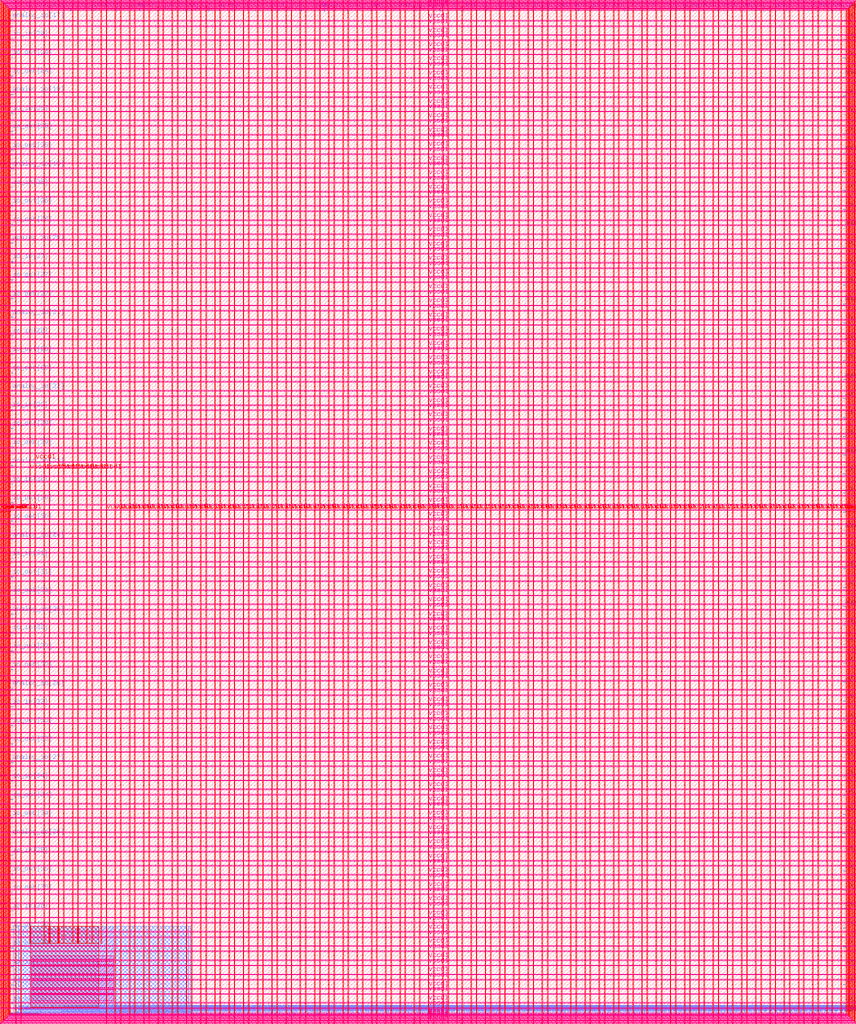
<source format=lef>
VERSION 5.7 ;
  NOWIREEXTENSIONATPIN ON ;
  DIVIDERCHAR "/" ;
  BUSBITCHARS "[]" ;
MACRO user_project_wrapper
  CLASS BLOCK ;
  FOREIGN user_project_wrapper ;
  ORIGIN 0.000 0.000 ;
  SIZE 2920.000 BY 3520.000 ;
  PIN analog_io[0]
    DIRECTION INOUT ;
    USE SIGNAL ;
    PORT
      LAYER met3 ;
        RECT 2917.600 1426.380 2924.800 1427.580 ;
    END
  END analog_io[0]
  PIN analog_io[10]
    DIRECTION INOUT ;
    USE SIGNAL ;
    PORT
      LAYER met2 ;
        RECT 2230.490 3517.600 2231.050 3524.800 ;
    END
  END analog_io[10]
  PIN analog_io[11]
    DIRECTION INOUT ;
    USE SIGNAL ;
    PORT
      LAYER met2 ;
        RECT 1905.730 3517.600 1906.290 3524.800 ;
    END
  END analog_io[11]
  PIN analog_io[12]
    DIRECTION INOUT ;
    USE SIGNAL ;
    PORT
      LAYER met2 ;
        RECT 1581.430 3517.600 1581.990 3524.800 ;
    END
  END analog_io[12]
  PIN analog_io[13]
    DIRECTION INOUT ;
    USE SIGNAL ;
    PORT
      LAYER met2 ;
        RECT 1257.130 3517.600 1257.690 3524.800 ;
    END
  END analog_io[13]
  PIN analog_io[14]
    DIRECTION INOUT ;
    USE SIGNAL ;
    PORT
      LAYER met2 ;
        RECT 932.370 3517.600 932.930 3524.800 ;
    END
  END analog_io[14]
  PIN analog_io[15]
    DIRECTION INOUT ;
    USE SIGNAL ;
    PORT
      LAYER met2 ;
        RECT 608.070 3517.600 608.630 3524.800 ;
    END
  END analog_io[15]
  PIN analog_io[16]
    DIRECTION INOUT ;
    USE SIGNAL ;
    PORT
      LAYER met2 ;
        RECT 283.770 3517.600 284.330 3524.800 ;
    END
  END analog_io[16]
  PIN analog_io[17]
    DIRECTION INOUT ;
    USE SIGNAL ;
    PORT
      LAYER met3 ;
        RECT -4.800 3486.100 2.400 3487.300 ;
    END
  END analog_io[17]
  PIN analog_io[18]
    DIRECTION INOUT ;
    USE SIGNAL ;
    PORT
      LAYER met3 ;
        RECT -4.800 3224.980 2.400 3226.180 ;
    END
  END analog_io[18]
  PIN analog_io[19]
    DIRECTION INOUT ;
    USE SIGNAL ;
    PORT
      LAYER met3 ;
        RECT -4.800 2964.540 2.400 2965.740 ;
    END
  END analog_io[19]
  PIN analog_io[1]
    DIRECTION INOUT ;
    USE SIGNAL ;
    PORT
      LAYER met3 ;
        RECT 2917.600 1692.260 2924.800 1693.460 ;
    END
  END analog_io[1]
  PIN analog_io[20]
    DIRECTION INOUT ;
    USE SIGNAL ;
    PORT
      LAYER met3 ;
        RECT -4.800 2703.420 2.400 2704.620 ;
    END
  END analog_io[20]
  PIN analog_io[21]
    DIRECTION INOUT ;
    USE SIGNAL ;
    PORT
      LAYER met3 ;
        RECT -4.800 2442.980 2.400 2444.180 ;
    END
  END analog_io[21]
  PIN analog_io[22]
    DIRECTION INOUT ;
    USE SIGNAL ;
    PORT
      LAYER met3 ;
        RECT -4.800 2182.540 2.400 2183.740 ;
    END
  END analog_io[22]
  PIN analog_io[23]
    DIRECTION INOUT ;
    USE SIGNAL ;
    PORT
      LAYER met3 ;
        RECT -4.800 1921.420 2.400 1922.620 ;
    END
  END analog_io[23]
  PIN analog_io[24]
    DIRECTION INOUT ;
    USE SIGNAL ;
    PORT
      LAYER met3 ;
        RECT -4.800 1660.980 2.400 1662.180 ;
    END
  END analog_io[24]
  PIN analog_io[25]
    DIRECTION INOUT ;
    USE SIGNAL ;
    PORT
      LAYER met3 ;
        RECT -4.800 1399.860 2.400 1401.060 ;
    END
  END analog_io[25]
  PIN analog_io[26]
    DIRECTION INOUT ;
    USE SIGNAL ;
    PORT
      LAYER met3 ;
        RECT -4.800 1139.420 2.400 1140.620 ;
    END
  END analog_io[26]
  PIN analog_io[27]
    DIRECTION INOUT ;
    USE SIGNAL ;
    PORT
      LAYER met3 ;
        RECT -4.800 878.980 2.400 880.180 ;
    END
  END analog_io[27]
  PIN analog_io[28]
    DIRECTION INOUT ;
    USE SIGNAL ;
    PORT
      LAYER met3 ;
        RECT -4.800 617.860 2.400 619.060 ;
    END
  END analog_io[28]
  PIN analog_io[2]
    DIRECTION INOUT ;
    USE SIGNAL ;
    PORT
      LAYER met3 ;
        RECT 2917.600 1958.140 2924.800 1959.340 ;
    END
  END analog_io[2]
  PIN analog_io[3]
    DIRECTION INOUT ;
    USE SIGNAL ;
    PORT
      LAYER met3 ;
        RECT 2917.600 2223.340 2924.800 2224.540 ;
    END
  END analog_io[3]
  PIN analog_io[4]
    DIRECTION INOUT ;
    USE SIGNAL ;
    PORT
      LAYER met3 ;
        RECT 2917.600 2489.220 2924.800 2490.420 ;
    END
  END analog_io[4]
  PIN analog_io[5]
    DIRECTION INOUT ;
    USE SIGNAL ;
    PORT
      LAYER met3 ;
        RECT 2917.600 2755.100 2924.800 2756.300 ;
    END
  END analog_io[5]
  PIN analog_io[6]
    DIRECTION INOUT ;
    USE SIGNAL ;
    PORT
      LAYER met3 ;
        RECT 2917.600 3020.300 2924.800 3021.500 ;
    END
  END analog_io[6]
  PIN analog_io[7]
    DIRECTION INOUT ;
    USE SIGNAL ;
    PORT
      LAYER met3 ;
        RECT 2917.600 3286.180 2924.800 3287.380 ;
    END
  END analog_io[7]
  PIN analog_io[8]
    DIRECTION INOUT ;
    USE SIGNAL ;
    PORT
      LAYER met2 ;
        RECT 2879.090 3517.600 2879.650 3524.800 ;
    END
  END analog_io[8]
  PIN analog_io[9]
    DIRECTION INOUT ;
    USE SIGNAL ;
    PORT
      LAYER met2 ;
        RECT 2554.790 3517.600 2555.350 3524.800 ;
    END
  END analog_io[9]
  PIN io_in[0]
    DIRECTION INPUT ;
    USE SIGNAL ;
    PORT
      LAYER met3 ;
        RECT 2917.600 32.380 2924.800 33.580 ;
    END
  END io_in[0]
  PIN io_in[10]
    DIRECTION INPUT ;
    USE SIGNAL ;
    PORT
      LAYER met3 ;
        RECT 2917.600 2289.980 2924.800 2291.180 ;
    END
  END io_in[10]
  PIN io_in[11]
    DIRECTION INPUT ;
    USE SIGNAL ;
    PORT
      LAYER met3 ;
        RECT 2917.600 2555.860 2924.800 2557.060 ;
    END
  END io_in[11]
  PIN io_in[12]
    DIRECTION INPUT ;
    USE SIGNAL ;
    PORT
      LAYER met3 ;
        RECT 2917.600 2821.060 2924.800 2822.260 ;
    END
  END io_in[12]
  PIN io_in[13]
    DIRECTION INPUT ;
    USE SIGNAL ;
    PORT
      LAYER met3 ;
        RECT 2917.600 3086.940 2924.800 3088.140 ;
    END
  END io_in[13]
  PIN io_in[14]
    DIRECTION INPUT ;
    USE SIGNAL ;
    PORT
      LAYER met3 ;
        RECT 2917.600 3352.820 2924.800 3354.020 ;
    END
  END io_in[14]
  PIN io_in[15]
    DIRECTION INPUT ;
    USE SIGNAL ;
    PORT
      LAYER met2 ;
        RECT 2798.130 3517.600 2798.690 3524.800 ;
    END
  END io_in[15]
  PIN io_in[16]
    DIRECTION INPUT ;
    USE SIGNAL ;
    PORT
      LAYER met2 ;
        RECT 2473.830 3517.600 2474.390 3524.800 ;
    END
  END io_in[16]
  PIN io_in[17]
    DIRECTION INPUT ;
    USE SIGNAL ;
    PORT
      LAYER met2 ;
        RECT 2149.070 3517.600 2149.630 3524.800 ;
    END
  END io_in[17]
  PIN io_in[18]
    DIRECTION INPUT ;
    USE SIGNAL ;
    PORT
      LAYER met2 ;
        RECT 1824.770 3517.600 1825.330 3524.800 ;
    END
  END io_in[18]
  PIN io_in[19]
    DIRECTION INPUT ;
    USE SIGNAL ;
    PORT
      LAYER met2 ;
        RECT 1500.470 3517.600 1501.030 3524.800 ;
    END
  END io_in[19]
  PIN io_in[1]
    DIRECTION INPUT ;
    USE SIGNAL ;
    PORT
      LAYER met3 ;
        RECT 2917.600 230.940 2924.800 232.140 ;
    END
  END io_in[1]
  PIN io_in[20]
    DIRECTION INPUT ;
    USE SIGNAL ;
    PORT
      LAYER met2 ;
        RECT 1175.710 3517.600 1176.270 3524.800 ;
    END
  END io_in[20]
  PIN io_in[21]
    DIRECTION INPUT ;
    USE SIGNAL ;
    PORT
      LAYER met2 ;
        RECT 851.410 3517.600 851.970 3524.800 ;
    END
  END io_in[21]
  PIN io_in[22]
    DIRECTION INPUT ;
    USE SIGNAL ;
    PORT
      LAYER met2 ;
        RECT 527.110 3517.600 527.670 3524.800 ;
    END
  END io_in[22]
  PIN io_in[23]
    DIRECTION INPUT ;
    USE SIGNAL ;
    PORT
      LAYER met2 ;
        RECT 202.350 3517.600 202.910 3524.800 ;
    END
  END io_in[23]
  PIN io_in[24]
    DIRECTION INPUT ;
    USE SIGNAL ;
    PORT
      LAYER met3 ;
        RECT -4.800 3420.820 2.400 3422.020 ;
    END
  END io_in[24]
  PIN io_in[25]
    DIRECTION INPUT ;
    USE SIGNAL ;
    PORT
      LAYER met3 ;
        RECT -4.800 3159.700 2.400 3160.900 ;
    END
  END io_in[25]
  PIN io_in[26]
    DIRECTION INPUT ;
    USE SIGNAL ;
    PORT
      LAYER met3 ;
        RECT -4.800 2899.260 2.400 2900.460 ;
    END
  END io_in[26]
  PIN io_in[27]
    DIRECTION INPUT ;
    USE SIGNAL ;
    PORT
      LAYER met3 ;
        RECT -4.800 2638.820 2.400 2640.020 ;
    END
  END io_in[27]
  PIN io_in[28]
    DIRECTION INPUT ;
    USE SIGNAL ;
    PORT
      LAYER met3 ;
        RECT -4.800 2377.700 2.400 2378.900 ;
    END
  END io_in[28]
  PIN io_in[29]
    DIRECTION INPUT ;
    USE SIGNAL ;
    PORT
      LAYER met3 ;
        RECT -4.800 2117.260 2.400 2118.460 ;
    END
  END io_in[29]
  PIN io_in[2]
    DIRECTION INPUT ;
    USE SIGNAL ;
    PORT
      LAYER met3 ;
        RECT 2917.600 430.180 2924.800 431.380 ;
    END
  END io_in[2]
  PIN io_in[30]
    DIRECTION INPUT ;
    USE SIGNAL ;
    PORT
      LAYER met3 ;
        RECT -4.800 1856.140 2.400 1857.340 ;
    END
  END io_in[30]
  PIN io_in[31]
    DIRECTION INPUT ;
    USE SIGNAL ;
    PORT
      LAYER met3 ;
        RECT -4.800 1595.700 2.400 1596.900 ;
    END
  END io_in[31]
  PIN io_in[32]
    DIRECTION INPUT ;
    USE SIGNAL ;
    PORT
      LAYER met3 ;
        RECT -4.800 1335.260 2.400 1336.460 ;
    END
  END io_in[32]
  PIN io_in[33]
    DIRECTION INPUT ;
    USE SIGNAL ;
    PORT
      LAYER met3 ;
        RECT -4.800 1074.140 2.400 1075.340 ;
    END
  END io_in[33]
  PIN io_in[34]
    DIRECTION INPUT ;
    USE SIGNAL ;
    PORT
      LAYER met3 ;
        RECT -4.800 813.700 2.400 814.900 ;
    END
  END io_in[34]
  PIN io_in[35]
    DIRECTION INPUT ;
    USE SIGNAL ;
    PORT
      LAYER met3 ;
        RECT -4.800 552.580 2.400 553.780 ;
    END
  END io_in[35]
  PIN io_in[36]
    DIRECTION INPUT ;
    USE SIGNAL ;
    PORT
      LAYER met3 ;
        RECT -4.800 357.420 2.400 358.620 ;
    END
  END io_in[36]
  PIN io_in[37]
    DIRECTION INPUT ;
    USE SIGNAL ;
    PORT
      LAYER met3 ;
        RECT -4.800 161.580 2.400 162.780 ;
    END
  END io_in[37]
  PIN io_in[3]
    DIRECTION INPUT ;
    USE SIGNAL ;
    PORT
      LAYER met3 ;
        RECT 2917.600 629.420 2924.800 630.620 ;
    END
  END io_in[3]
  PIN io_in[4]
    DIRECTION INPUT ;
    USE SIGNAL ;
    PORT
      LAYER met3 ;
        RECT 2917.600 828.660 2924.800 829.860 ;
    END
  END io_in[4]
  PIN io_in[5]
    DIRECTION INPUT ;
    USE SIGNAL ;
    PORT
      LAYER met3 ;
        RECT 2917.600 1027.900 2924.800 1029.100 ;
    END
  END io_in[5]
  PIN io_in[6]
    DIRECTION INPUT ;
    USE SIGNAL ;
    PORT
      LAYER met3 ;
        RECT 2917.600 1227.140 2924.800 1228.340 ;
    END
  END io_in[6]
  PIN io_in[7]
    DIRECTION INPUT ;
    USE SIGNAL ;
    PORT
      LAYER met3 ;
        RECT 2917.600 1493.020 2924.800 1494.220 ;
    END
  END io_in[7]
  PIN io_in[8]
    DIRECTION INPUT ;
    USE SIGNAL ;
    PORT
      LAYER met3 ;
        RECT 2917.600 1758.900 2924.800 1760.100 ;
    END
  END io_in[8]
  PIN io_in[9]
    DIRECTION INPUT ;
    USE SIGNAL ;
    PORT
      LAYER met3 ;
        RECT 2917.600 2024.100 2924.800 2025.300 ;
    END
  END io_in[9]
  PIN io_oeb[0]
    DIRECTION OUTPUT TRISTATE ;
    USE SIGNAL ;
    PORT
      LAYER met3 ;
        RECT 2917.600 164.980 2924.800 166.180 ;
    END
  END io_oeb[0]
  PIN io_oeb[10]
    DIRECTION OUTPUT TRISTATE ;
    USE SIGNAL ;
    PORT
      LAYER met3 ;
        RECT 2917.600 2422.580 2924.800 2423.780 ;
    END
  END io_oeb[10]
  PIN io_oeb[11]
    DIRECTION OUTPUT TRISTATE ;
    USE SIGNAL ;
    PORT
      LAYER met3 ;
        RECT 2917.600 2688.460 2924.800 2689.660 ;
    END
  END io_oeb[11]
  PIN io_oeb[12]
    DIRECTION OUTPUT TRISTATE ;
    USE SIGNAL ;
    PORT
      LAYER met3 ;
        RECT 2917.600 2954.340 2924.800 2955.540 ;
    END
  END io_oeb[12]
  PIN io_oeb[13]
    DIRECTION OUTPUT TRISTATE ;
    USE SIGNAL ;
    PORT
      LAYER met3 ;
        RECT 2917.600 3219.540 2924.800 3220.740 ;
    END
  END io_oeb[13]
  PIN io_oeb[14]
    DIRECTION OUTPUT TRISTATE ;
    USE SIGNAL ;
    PORT
      LAYER met3 ;
        RECT 2917.600 3485.420 2924.800 3486.620 ;
    END
  END io_oeb[14]
  PIN io_oeb[15]
    DIRECTION OUTPUT TRISTATE ;
    USE SIGNAL ;
    PORT
      LAYER met2 ;
        RECT 2635.750 3517.600 2636.310 3524.800 ;
    END
  END io_oeb[15]
  PIN io_oeb[16]
    DIRECTION OUTPUT TRISTATE ;
    USE SIGNAL ;
    PORT
      LAYER met2 ;
        RECT 2311.450 3517.600 2312.010 3524.800 ;
    END
  END io_oeb[16]
  PIN io_oeb[17]
    DIRECTION OUTPUT TRISTATE ;
    USE SIGNAL ;
    PORT
      LAYER met2 ;
        RECT 1987.150 3517.600 1987.710 3524.800 ;
    END
  END io_oeb[17]
  PIN io_oeb[18]
    DIRECTION OUTPUT TRISTATE ;
    USE SIGNAL ;
    PORT
      LAYER met2 ;
        RECT 1662.390 3517.600 1662.950 3524.800 ;
    END
  END io_oeb[18]
  PIN io_oeb[19]
    DIRECTION OUTPUT TRISTATE ;
    USE SIGNAL ;
    PORT
      LAYER met2 ;
        RECT 1338.090 3517.600 1338.650 3524.800 ;
    END
  END io_oeb[19]
  PIN io_oeb[1]
    DIRECTION OUTPUT TRISTATE ;
    USE SIGNAL ;
    PORT
      LAYER met3 ;
        RECT 2917.600 364.220 2924.800 365.420 ;
    END
  END io_oeb[1]
  PIN io_oeb[20]
    DIRECTION OUTPUT TRISTATE ;
    USE SIGNAL ;
    PORT
      LAYER met2 ;
        RECT 1013.790 3517.600 1014.350 3524.800 ;
    END
  END io_oeb[20]
  PIN io_oeb[21]
    DIRECTION OUTPUT TRISTATE ;
    USE SIGNAL ;
    PORT
      LAYER met2 ;
        RECT 689.030 3517.600 689.590 3524.800 ;
    END
  END io_oeb[21]
  PIN io_oeb[22]
    DIRECTION OUTPUT TRISTATE ;
    USE SIGNAL ;
    PORT
      LAYER met2 ;
        RECT 364.730 3517.600 365.290 3524.800 ;
    END
  END io_oeb[22]
  PIN io_oeb[23]
    DIRECTION OUTPUT TRISTATE ;
    USE SIGNAL ;
    PORT
      LAYER met2 ;
        RECT 40.430 3517.600 40.990 3524.800 ;
    END
  END io_oeb[23]
  PIN io_oeb[24]
    DIRECTION OUTPUT TRISTATE ;
    USE SIGNAL ;
    PORT
      LAYER met3 ;
        RECT -4.800 3290.260 2.400 3291.460 ;
    END
  END io_oeb[24]
  PIN io_oeb[25]
    DIRECTION OUTPUT TRISTATE ;
    USE SIGNAL ;
    PORT
      LAYER met3 ;
        RECT -4.800 3029.820 2.400 3031.020 ;
    END
  END io_oeb[25]
  PIN io_oeb[26]
    DIRECTION OUTPUT TRISTATE ;
    USE SIGNAL ;
    PORT
      LAYER met3 ;
        RECT -4.800 2768.700 2.400 2769.900 ;
    END
  END io_oeb[26]
  PIN io_oeb[27]
    DIRECTION OUTPUT TRISTATE ;
    USE SIGNAL ;
    PORT
      LAYER met3 ;
        RECT -4.800 2508.260 2.400 2509.460 ;
    END
  END io_oeb[27]
  PIN io_oeb[28]
    DIRECTION OUTPUT TRISTATE ;
    USE SIGNAL ;
    PORT
      LAYER met3 ;
        RECT -4.800 2247.140 2.400 2248.340 ;
    END
  END io_oeb[28]
  PIN io_oeb[29]
    DIRECTION OUTPUT TRISTATE ;
    USE SIGNAL ;
    PORT
      LAYER met3 ;
        RECT -4.800 1986.700 2.400 1987.900 ;
    END
  END io_oeb[29]
  PIN io_oeb[2]
    DIRECTION OUTPUT TRISTATE ;
    USE SIGNAL ;
    PORT
      LAYER met3 ;
        RECT 2917.600 563.460 2924.800 564.660 ;
    END
  END io_oeb[2]
  PIN io_oeb[30]
    DIRECTION OUTPUT TRISTATE ;
    USE SIGNAL ;
    PORT
      LAYER met3 ;
        RECT -4.800 1726.260 2.400 1727.460 ;
    END
  END io_oeb[30]
  PIN io_oeb[31]
    DIRECTION OUTPUT TRISTATE ;
    USE SIGNAL ;
    PORT
      LAYER met3 ;
        RECT -4.800 1465.140 2.400 1466.340 ;
    END
  END io_oeb[31]
  PIN io_oeb[32]
    DIRECTION OUTPUT TRISTATE ;
    USE SIGNAL ;
    PORT
      LAYER met3 ;
        RECT -4.800 1204.700 2.400 1205.900 ;
    END
  END io_oeb[32]
  PIN io_oeb[33]
    DIRECTION OUTPUT TRISTATE ;
    USE SIGNAL ;
    PORT
      LAYER met3 ;
        RECT -4.800 943.580 2.400 944.780 ;
    END
  END io_oeb[33]
  PIN io_oeb[34]
    DIRECTION OUTPUT TRISTATE ;
    USE SIGNAL ;
    PORT
      LAYER met3 ;
        RECT -4.800 683.140 2.400 684.340 ;
    END
  END io_oeb[34]
  PIN io_oeb[35]
    DIRECTION OUTPUT TRISTATE ;
    USE SIGNAL ;
    PORT
      LAYER met3 ;
        RECT -4.800 422.700 2.400 423.900 ;
    END
  END io_oeb[35]
  PIN io_oeb[36]
    DIRECTION OUTPUT TRISTATE ;
    USE SIGNAL ;
    PORT
      LAYER met3 ;
        RECT -4.800 226.860 2.400 228.060 ;
    END
  END io_oeb[36]
  PIN io_oeb[37]
    DIRECTION OUTPUT TRISTATE ;
    USE SIGNAL ;
    PORT
      LAYER met3 ;
        RECT -4.800 31.700 2.400 32.900 ;
    END
  END io_oeb[37]
  PIN io_oeb[3]
    DIRECTION OUTPUT TRISTATE ;
    USE SIGNAL ;
    PORT
      LAYER met3 ;
        RECT 2917.600 762.700 2924.800 763.900 ;
    END
  END io_oeb[3]
  PIN io_oeb[4]
    DIRECTION OUTPUT TRISTATE ;
    USE SIGNAL ;
    PORT
      LAYER met3 ;
        RECT 2917.600 961.940 2924.800 963.140 ;
    END
  END io_oeb[4]
  PIN io_oeb[5]
    DIRECTION OUTPUT TRISTATE ;
    USE SIGNAL ;
    PORT
      LAYER met3 ;
        RECT 2917.600 1161.180 2924.800 1162.380 ;
    END
  END io_oeb[5]
  PIN io_oeb[6]
    DIRECTION OUTPUT TRISTATE ;
    USE SIGNAL ;
    PORT
      LAYER met3 ;
        RECT 2917.600 1360.420 2924.800 1361.620 ;
    END
  END io_oeb[6]
  PIN io_oeb[7]
    DIRECTION OUTPUT TRISTATE ;
    USE SIGNAL ;
    PORT
      LAYER met3 ;
        RECT 2917.600 1625.620 2924.800 1626.820 ;
    END
  END io_oeb[7]
  PIN io_oeb[8]
    DIRECTION OUTPUT TRISTATE ;
    USE SIGNAL ;
    PORT
      LAYER met3 ;
        RECT 2917.600 1891.500 2924.800 1892.700 ;
    END
  END io_oeb[8]
  PIN io_oeb[9]
    DIRECTION OUTPUT TRISTATE ;
    USE SIGNAL ;
    PORT
      LAYER met3 ;
        RECT 2917.600 2157.380 2924.800 2158.580 ;
    END
  END io_oeb[9]
  PIN io_out[0]
    DIRECTION OUTPUT TRISTATE ;
    USE SIGNAL ;
    PORT
      LAYER met3 ;
        RECT 2917.600 98.340 2924.800 99.540 ;
    END
  END io_out[0]
  PIN io_out[10]
    DIRECTION OUTPUT TRISTATE ;
    USE SIGNAL ;
    PORT
      LAYER met3 ;
        RECT 2917.600 2356.620 2924.800 2357.820 ;
    END
  END io_out[10]
  PIN io_out[11]
    DIRECTION OUTPUT TRISTATE ;
    USE SIGNAL ;
    PORT
      LAYER met3 ;
        RECT 2917.600 2621.820 2924.800 2623.020 ;
    END
  END io_out[11]
  PIN io_out[12]
    DIRECTION OUTPUT TRISTATE ;
    USE SIGNAL ;
    PORT
      LAYER met3 ;
        RECT 2917.600 2887.700 2924.800 2888.900 ;
    END
  END io_out[12]
  PIN io_out[13]
    DIRECTION OUTPUT TRISTATE ;
    USE SIGNAL ;
    PORT
      LAYER met3 ;
        RECT 2917.600 3153.580 2924.800 3154.780 ;
    END
  END io_out[13]
  PIN io_out[14]
    DIRECTION OUTPUT TRISTATE ;
    USE SIGNAL ;
    PORT
      LAYER met3 ;
        RECT 2917.600 3418.780 2924.800 3419.980 ;
    END
  END io_out[14]
  PIN io_out[15]
    DIRECTION OUTPUT TRISTATE ;
    USE SIGNAL ;
    PORT
      LAYER met2 ;
        RECT 2717.170 3517.600 2717.730 3524.800 ;
    END
  END io_out[15]
  PIN io_out[16]
    DIRECTION OUTPUT TRISTATE ;
    USE SIGNAL ;
    PORT
      LAYER met2 ;
        RECT 2392.410 3517.600 2392.970 3524.800 ;
    END
  END io_out[16]
  PIN io_out[17]
    DIRECTION OUTPUT TRISTATE ;
    USE SIGNAL ;
    PORT
      LAYER met2 ;
        RECT 2068.110 3517.600 2068.670 3524.800 ;
    END
  END io_out[17]
  PIN io_out[18]
    DIRECTION OUTPUT TRISTATE ;
    USE SIGNAL ;
    PORT
      LAYER met2 ;
        RECT 1743.810 3517.600 1744.370 3524.800 ;
    END
  END io_out[18]
  PIN io_out[19]
    DIRECTION OUTPUT TRISTATE ;
    USE SIGNAL ;
    PORT
      LAYER met2 ;
        RECT 1419.050 3517.600 1419.610 3524.800 ;
    END
  END io_out[19]
  PIN io_out[1]
    DIRECTION OUTPUT TRISTATE ;
    USE SIGNAL ;
    PORT
      LAYER met3 ;
        RECT 2917.600 297.580 2924.800 298.780 ;
    END
  END io_out[1]
  PIN io_out[20]
    DIRECTION OUTPUT TRISTATE ;
    USE SIGNAL ;
    PORT
      LAYER met2 ;
        RECT 1094.750 3517.600 1095.310 3524.800 ;
    END
  END io_out[20]
  PIN io_out[21]
    DIRECTION OUTPUT TRISTATE ;
    USE SIGNAL ;
    PORT
      LAYER met2 ;
        RECT 770.450 3517.600 771.010 3524.800 ;
    END
  END io_out[21]
  PIN io_out[22]
    DIRECTION OUTPUT TRISTATE ;
    USE SIGNAL ;
    PORT
      LAYER met2 ;
        RECT 445.690 3517.600 446.250 3524.800 ;
    END
  END io_out[22]
  PIN io_out[23]
    DIRECTION OUTPUT TRISTATE ;
    USE SIGNAL ;
    PORT
      LAYER met2 ;
        RECT 121.390 3517.600 121.950 3524.800 ;
    END
  END io_out[23]
  PIN io_out[24]
    DIRECTION OUTPUT TRISTATE ;
    USE SIGNAL ;
    PORT
      LAYER met3 ;
        RECT -4.800 3355.540 2.400 3356.740 ;
    END
  END io_out[24]
  PIN io_out[25]
    DIRECTION OUTPUT TRISTATE ;
    USE SIGNAL ;
    PORT
      LAYER met3 ;
        RECT -4.800 3095.100 2.400 3096.300 ;
    END
  END io_out[25]
  PIN io_out[26]
    DIRECTION OUTPUT TRISTATE ;
    USE SIGNAL ;
    PORT
      LAYER met3 ;
        RECT -4.800 2833.980 2.400 2835.180 ;
    END
  END io_out[26]
  PIN io_out[27]
    DIRECTION OUTPUT TRISTATE ;
    USE SIGNAL ;
    PORT
      LAYER met3 ;
        RECT -4.800 2573.540 2.400 2574.740 ;
    END
  END io_out[27]
  PIN io_out[28]
    DIRECTION OUTPUT TRISTATE ;
    USE SIGNAL ;
    PORT
      LAYER met3 ;
        RECT -4.800 2312.420 2.400 2313.620 ;
    END
  END io_out[28]
  PIN io_out[29]
    DIRECTION OUTPUT TRISTATE ;
    USE SIGNAL ;
    PORT
      LAYER met3 ;
        RECT -4.800 2051.980 2.400 2053.180 ;
    END
  END io_out[29]
  PIN io_out[2]
    DIRECTION OUTPUT TRISTATE ;
    USE SIGNAL ;
    PORT
      LAYER met3 ;
        RECT 2917.600 496.820 2924.800 498.020 ;
    END
  END io_out[2]
  PIN io_out[30]
    DIRECTION OUTPUT TRISTATE ;
    USE SIGNAL ;
    PORT
      LAYER met3 ;
        RECT -4.800 1791.540 2.400 1792.740 ;
    END
  END io_out[30]
  PIN io_out[31]
    DIRECTION OUTPUT TRISTATE ;
    USE SIGNAL ;
    PORT
      LAYER met3 ;
        RECT -4.800 1530.420 2.400 1531.620 ;
    END
  END io_out[31]
  PIN io_out[32]
    DIRECTION OUTPUT TRISTATE ;
    USE SIGNAL ;
    PORT
      LAYER met3 ;
        RECT -4.800 1269.980 2.400 1271.180 ;
    END
  END io_out[32]
  PIN io_out[33]
    DIRECTION OUTPUT TRISTATE ;
    USE SIGNAL ;
    PORT
      LAYER met3 ;
        RECT -4.800 1008.860 2.400 1010.060 ;
    END
  END io_out[33]
  PIN io_out[34]
    DIRECTION OUTPUT TRISTATE ;
    USE SIGNAL ;
    PORT
      LAYER met3 ;
        RECT -4.800 748.420 2.400 749.620 ;
    END
  END io_out[34]
  PIN io_out[35]
    DIRECTION OUTPUT TRISTATE ;
    USE SIGNAL ;
    PORT
      LAYER met3 ;
        RECT -4.800 487.300 2.400 488.500 ;
    END
  END io_out[35]
  PIN io_out[36]
    DIRECTION OUTPUT TRISTATE ;
    USE SIGNAL ;
    PORT
      LAYER met3 ;
        RECT -4.800 292.140 2.400 293.340 ;
    END
  END io_out[36]
  PIN io_out[37]
    DIRECTION OUTPUT TRISTATE ;
    USE SIGNAL ;
    PORT
      LAYER met3 ;
        RECT -4.800 96.300 2.400 97.500 ;
    END
  END io_out[37]
  PIN io_out[3]
    DIRECTION OUTPUT TRISTATE ;
    USE SIGNAL ;
    PORT
      LAYER met3 ;
        RECT 2917.600 696.060 2924.800 697.260 ;
    END
  END io_out[3]
  PIN io_out[4]
    DIRECTION OUTPUT TRISTATE ;
    USE SIGNAL ;
    PORT
      LAYER met3 ;
        RECT 2917.600 895.300 2924.800 896.500 ;
    END
  END io_out[4]
  PIN io_out[5]
    DIRECTION OUTPUT TRISTATE ;
    USE SIGNAL ;
    PORT
      LAYER met3 ;
        RECT 2917.600 1094.540 2924.800 1095.740 ;
    END
  END io_out[5]
  PIN io_out[6]
    DIRECTION OUTPUT TRISTATE ;
    USE SIGNAL ;
    PORT
      LAYER met3 ;
        RECT 2917.600 1293.780 2924.800 1294.980 ;
    END
  END io_out[6]
  PIN io_out[7]
    DIRECTION OUTPUT TRISTATE ;
    USE SIGNAL ;
    PORT
      LAYER met3 ;
        RECT 2917.600 1559.660 2924.800 1560.860 ;
    END
  END io_out[7]
  PIN io_out[8]
    DIRECTION OUTPUT TRISTATE ;
    USE SIGNAL ;
    PORT
      LAYER met3 ;
        RECT 2917.600 1824.860 2924.800 1826.060 ;
    END
  END io_out[8]
  PIN io_out[9]
    DIRECTION OUTPUT TRISTATE ;
    USE SIGNAL ;
    PORT
      LAYER met3 ;
        RECT 2917.600 2090.740 2924.800 2091.940 ;
    END
  END io_out[9]
  PIN la_data_in[0]
    DIRECTION INPUT ;
    USE SIGNAL ;
    PORT
      LAYER met2 ;
        RECT 629.230 -4.800 629.790 2.400 ;
    END
  END la_data_in[0]
  PIN la_data_in[100]
    DIRECTION INPUT ;
    USE SIGNAL ;
    PORT
      LAYER met2 ;
        RECT 2402.530 -4.800 2403.090 2.400 ;
    END
  END la_data_in[100]
  PIN la_data_in[101]
    DIRECTION INPUT ;
    USE SIGNAL ;
    PORT
      LAYER met2 ;
        RECT 2420.010 -4.800 2420.570 2.400 ;
    END
  END la_data_in[101]
  PIN la_data_in[102]
    DIRECTION INPUT ;
    USE SIGNAL ;
    PORT
      LAYER met2 ;
        RECT 2437.950 -4.800 2438.510 2.400 ;
    END
  END la_data_in[102]
  PIN la_data_in[103]
    DIRECTION INPUT ;
    USE SIGNAL ;
    PORT
      LAYER met2 ;
        RECT 2455.430 -4.800 2455.990 2.400 ;
    END
  END la_data_in[103]
  PIN la_data_in[104]
    DIRECTION INPUT ;
    USE SIGNAL ;
    PORT
      LAYER met2 ;
        RECT 2473.370 -4.800 2473.930 2.400 ;
    END
  END la_data_in[104]
  PIN la_data_in[105]
    DIRECTION INPUT ;
    USE SIGNAL ;
    PORT
      LAYER met2 ;
        RECT 2490.850 -4.800 2491.410 2.400 ;
    END
  END la_data_in[105]
  PIN la_data_in[106]
    DIRECTION INPUT ;
    USE SIGNAL ;
    PORT
      LAYER met2 ;
        RECT 2508.790 -4.800 2509.350 2.400 ;
    END
  END la_data_in[106]
  PIN la_data_in[107]
    DIRECTION INPUT ;
    USE SIGNAL ;
    PORT
      LAYER met2 ;
        RECT 2526.730 -4.800 2527.290 2.400 ;
    END
  END la_data_in[107]
  PIN la_data_in[108]
    DIRECTION INPUT ;
    USE SIGNAL ;
    PORT
      LAYER met2 ;
        RECT 2544.210 -4.800 2544.770 2.400 ;
    END
  END la_data_in[108]
  PIN la_data_in[109]
    DIRECTION INPUT ;
    USE SIGNAL ;
    PORT
      LAYER met2 ;
        RECT 2562.150 -4.800 2562.710 2.400 ;
    END
  END la_data_in[109]
  PIN la_data_in[10]
    DIRECTION INPUT ;
    USE SIGNAL ;
    PORT
      LAYER met2 ;
        RECT 806.330 -4.800 806.890 2.400 ;
    END
  END la_data_in[10]
  PIN la_data_in[110]
    DIRECTION INPUT ;
    USE SIGNAL ;
    PORT
      LAYER met2 ;
        RECT 2579.630 -4.800 2580.190 2.400 ;
    END
  END la_data_in[110]
  PIN la_data_in[111]
    DIRECTION INPUT ;
    USE SIGNAL ;
    PORT
      LAYER met2 ;
        RECT 2597.570 -4.800 2598.130 2.400 ;
    END
  END la_data_in[111]
  PIN la_data_in[112]
    DIRECTION INPUT ;
    USE SIGNAL ;
    PORT
      LAYER met2 ;
        RECT 2615.050 -4.800 2615.610 2.400 ;
    END
  END la_data_in[112]
  PIN la_data_in[113]
    DIRECTION INPUT ;
    USE SIGNAL ;
    PORT
      LAYER met2 ;
        RECT 2632.990 -4.800 2633.550 2.400 ;
    END
  END la_data_in[113]
  PIN la_data_in[114]
    DIRECTION INPUT ;
    USE SIGNAL ;
    PORT
      LAYER met2 ;
        RECT 2650.470 -4.800 2651.030 2.400 ;
    END
  END la_data_in[114]
  PIN la_data_in[115]
    DIRECTION INPUT ;
    USE SIGNAL ;
    PORT
      LAYER met2 ;
        RECT 2668.410 -4.800 2668.970 2.400 ;
    END
  END la_data_in[115]
  PIN la_data_in[116]
    DIRECTION INPUT ;
    USE SIGNAL ;
    PORT
      LAYER met2 ;
        RECT 2685.890 -4.800 2686.450 2.400 ;
    END
  END la_data_in[116]
  PIN la_data_in[117]
    DIRECTION INPUT ;
    USE SIGNAL ;
    PORT
      LAYER met2 ;
        RECT 2703.830 -4.800 2704.390 2.400 ;
    END
  END la_data_in[117]
  PIN la_data_in[118]
    DIRECTION INPUT ;
    USE SIGNAL ;
    PORT
      LAYER met2 ;
        RECT 2721.770 -4.800 2722.330 2.400 ;
    END
  END la_data_in[118]
  PIN la_data_in[119]
    DIRECTION INPUT ;
    USE SIGNAL ;
    PORT
      LAYER met2 ;
        RECT 2739.250 -4.800 2739.810 2.400 ;
    END
  END la_data_in[119]
  PIN la_data_in[11]
    DIRECTION INPUT ;
    USE SIGNAL ;
    PORT
      LAYER met2 ;
        RECT 824.270 -4.800 824.830 2.400 ;
    END
  END la_data_in[11]
  PIN la_data_in[120]
    DIRECTION INPUT ;
    USE SIGNAL ;
    PORT
      LAYER met2 ;
        RECT 2757.190 -4.800 2757.750 2.400 ;
    END
  END la_data_in[120]
  PIN la_data_in[121]
    DIRECTION INPUT ;
    USE SIGNAL ;
    PORT
      LAYER met2 ;
        RECT 2774.670 -4.800 2775.230 2.400 ;
    END
  END la_data_in[121]
  PIN la_data_in[122]
    DIRECTION INPUT ;
    USE SIGNAL ;
    PORT
      LAYER met2 ;
        RECT 2792.610 -4.800 2793.170 2.400 ;
    END
  END la_data_in[122]
  PIN la_data_in[123]
    DIRECTION INPUT ;
    USE SIGNAL ;
    PORT
      LAYER met2 ;
        RECT 2810.090 -4.800 2810.650 2.400 ;
    END
  END la_data_in[123]
  PIN la_data_in[124]
    DIRECTION INPUT ;
    USE SIGNAL ;
    PORT
      LAYER met2 ;
        RECT 2828.030 -4.800 2828.590 2.400 ;
    END
  END la_data_in[124]
  PIN la_data_in[125]
    DIRECTION INPUT ;
    USE SIGNAL ;
    PORT
      LAYER met2 ;
        RECT 2845.510 -4.800 2846.070 2.400 ;
    END
  END la_data_in[125]
  PIN la_data_in[126]
    DIRECTION INPUT ;
    USE SIGNAL ;
    PORT
      LAYER met2 ;
        RECT 2863.450 -4.800 2864.010 2.400 ;
    END
  END la_data_in[126]
  PIN la_data_in[127]
    DIRECTION INPUT ;
    USE SIGNAL ;
    PORT
      LAYER met2 ;
        RECT 2881.390 -4.800 2881.950 2.400 ;
    END
  END la_data_in[127]
  PIN la_data_in[12]
    DIRECTION INPUT ;
    USE SIGNAL ;
    PORT
      LAYER met2 ;
        RECT 841.750 -4.800 842.310 2.400 ;
    END
  END la_data_in[12]
  PIN la_data_in[13]
    DIRECTION INPUT ;
    USE SIGNAL ;
    PORT
      LAYER met2 ;
        RECT 859.690 -4.800 860.250 2.400 ;
    END
  END la_data_in[13]
  PIN la_data_in[14]
    DIRECTION INPUT ;
    USE SIGNAL ;
    PORT
      LAYER met2 ;
        RECT 877.170 -4.800 877.730 2.400 ;
    END
  END la_data_in[14]
  PIN la_data_in[15]
    DIRECTION INPUT ;
    USE SIGNAL ;
    PORT
      LAYER met2 ;
        RECT 895.110 -4.800 895.670 2.400 ;
    END
  END la_data_in[15]
  PIN la_data_in[16]
    DIRECTION INPUT ;
    USE SIGNAL ;
    PORT
      LAYER met2 ;
        RECT 912.590 -4.800 913.150 2.400 ;
    END
  END la_data_in[16]
  PIN la_data_in[17]
    DIRECTION INPUT ;
    USE SIGNAL ;
    PORT
      LAYER met2 ;
        RECT 930.530 -4.800 931.090 2.400 ;
    END
  END la_data_in[17]
  PIN la_data_in[18]
    DIRECTION INPUT ;
    USE SIGNAL ;
    PORT
      LAYER met2 ;
        RECT 948.470 -4.800 949.030 2.400 ;
    END
  END la_data_in[18]
  PIN la_data_in[19]
    DIRECTION INPUT ;
    USE SIGNAL ;
    PORT
      LAYER met2 ;
        RECT 965.950 -4.800 966.510 2.400 ;
    END
  END la_data_in[19]
  PIN la_data_in[1]
    DIRECTION INPUT ;
    USE SIGNAL ;
    PORT
      LAYER met2 ;
        RECT 646.710 -4.800 647.270 2.400 ;
    END
  END la_data_in[1]
  PIN la_data_in[20]
    DIRECTION INPUT ;
    USE SIGNAL ;
    PORT
      LAYER met2 ;
        RECT 983.890 -4.800 984.450 2.400 ;
    END
  END la_data_in[20]
  PIN la_data_in[21]
    DIRECTION INPUT ;
    USE SIGNAL ;
    PORT
      LAYER met2 ;
        RECT 1001.370 -4.800 1001.930 2.400 ;
    END
  END la_data_in[21]
  PIN la_data_in[22]
    DIRECTION INPUT ;
    USE SIGNAL ;
    PORT
      LAYER met2 ;
        RECT 1019.310 -4.800 1019.870 2.400 ;
    END
  END la_data_in[22]
  PIN la_data_in[23]
    DIRECTION INPUT ;
    USE SIGNAL ;
    PORT
      LAYER met2 ;
        RECT 1036.790 -4.800 1037.350 2.400 ;
    END
  END la_data_in[23]
  PIN la_data_in[24]
    DIRECTION INPUT ;
    USE SIGNAL ;
    PORT
      LAYER met2 ;
        RECT 1054.730 -4.800 1055.290 2.400 ;
    END
  END la_data_in[24]
  PIN la_data_in[25]
    DIRECTION INPUT ;
    USE SIGNAL ;
    PORT
      LAYER met2 ;
        RECT 1072.210 -4.800 1072.770 2.400 ;
    END
  END la_data_in[25]
  PIN la_data_in[26]
    DIRECTION INPUT ;
    USE SIGNAL ;
    PORT
      LAYER met2 ;
        RECT 1090.150 -4.800 1090.710 2.400 ;
    END
  END la_data_in[26]
  PIN la_data_in[27]
    DIRECTION INPUT ;
    USE SIGNAL ;
    PORT
      LAYER met2 ;
        RECT 1107.630 -4.800 1108.190 2.400 ;
    END
  END la_data_in[27]
  PIN la_data_in[28]
    DIRECTION INPUT ;
    USE SIGNAL ;
    PORT
      LAYER met2 ;
        RECT 1125.570 -4.800 1126.130 2.400 ;
    END
  END la_data_in[28]
  PIN la_data_in[29]
    DIRECTION INPUT ;
    USE SIGNAL ;
    PORT
      LAYER met2 ;
        RECT 1143.510 -4.800 1144.070 2.400 ;
    END
  END la_data_in[29]
  PIN la_data_in[2]
    DIRECTION INPUT ;
    USE SIGNAL ;
    PORT
      LAYER met2 ;
        RECT 664.650 -4.800 665.210 2.400 ;
    END
  END la_data_in[2]
  PIN la_data_in[30]
    DIRECTION INPUT ;
    USE SIGNAL ;
    PORT
      LAYER met2 ;
        RECT 1160.990 -4.800 1161.550 2.400 ;
    END
  END la_data_in[30]
  PIN la_data_in[31]
    DIRECTION INPUT ;
    USE SIGNAL ;
    PORT
      LAYER met2 ;
        RECT 1178.930 -4.800 1179.490 2.400 ;
    END
  END la_data_in[31]
  PIN la_data_in[32]
    DIRECTION INPUT ;
    USE SIGNAL ;
    PORT
      LAYER met2 ;
        RECT 1196.410 -4.800 1196.970 2.400 ;
    END
  END la_data_in[32]
  PIN la_data_in[33]
    DIRECTION INPUT ;
    USE SIGNAL ;
    PORT
      LAYER met2 ;
        RECT 1214.350 -4.800 1214.910 2.400 ;
    END
  END la_data_in[33]
  PIN la_data_in[34]
    DIRECTION INPUT ;
    USE SIGNAL ;
    PORT
      LAYER met2 ;
        RECT 1231.830 -4.800 1232.390 2.400 ;
    END
  END la_data_in[34]
  PIN la_data_in[35]
    DIRECTION INPUT ;
    USE SIGNAL ;
    PORT
      LAYER met2 ;
        RECT 1249.770 -4.800 1250.330 2.400 ;
    END
  END la_data_in[35]
  PIN la_data_in[36]
    DIRECTION INPUT ;
    USE SIGNAL ;
    PORT
      LAYER met2 ;
        RECT 1267.250 -4.800 1267.810 2.400 ;
    END
  END la_data_in[36]
  PIN la_data_in[37]
    DIRECTION INPUT ;
    USE SIGNAL ;
    PORT
      LAYER met2 ;
        RECT 1285.190 -4.800 1285.750 2.400 ;
    END
  END la_data_in[37]
  PIN la_data_in[38]
    DIRECTION INPUT ;
    USE SIGNAL ;
    PORT
      LAYER met2 ;
        RECT 1303.130 -4.800 1303.690 2.400 ;
    END
  END la_data_in[38]
  PIN la_data_in[39]
    DIRECTION INPUT ;
    USE SIGNAL ;
    PORT
      LAYER met2 ;
        RECT 1320.610 -4.800 1321.170 2.400 ;
    END
  END la_data_in[39]
  PIN la_data_in[3]
    DIRECTION INPUT ;
    USE SIGNAL ;
    PORT
      LAYER met2 ;
        RECT 682.130 -4.800 682.690 2.400 ;
    END
  END la_data_in[3]
  PIN la_data_in[40]
    DIRECTION INPUT ;
    USE SIGNAL ;
    PORT
      LAYER met2 ;
        RECT 1338.550 -4.800 1339.110 2.400 ;
    END
  END la_data_in[40]
  PIN la_data_in[41]
    DIRECTION INPUT ;
    USE SIGNAL ;
    PORT
      LAYER met2 ;
        RECT 1356.030 -4.800 1356.590 2.400 ;
    END
  END la_data_in[41]
  PIN la_data_in[42]
    DIRECTION INPUT ;
    USE SIGNAL ;
    PORT
      LAYER met2 ;
        RECT 1373.970 -4.800 1374.530 2.400 ;
    END
  END la_data_in[42]
  PIN la_data_in[43]
    DIRECTION INPUT ;
    USE SIGNAL ;
    PORT
      LAYER met2 ;
        RECT 1391.450 -4.800 1392.010 2.400 ;
    END
  END la_data_in[43]
  PIN la_data_in[44]
    DIRECTION INPUT ;
    USE SIGNAL ;
    PORT
      LAYER met2 ;
        RECT 1409.390 -4.800 1409.950 2.400 ;
    END
  END la_data_in[44]
  PIN la_data_in[45]
    DIRECTION INPUT ;
    USE SIGNAL ;
    PORT
      LAYER met2 ;
        RECT 1426.870 -4.800 1427.430 2.400 ;
    END
  END la_data_in[45]
  PIN la_data_in[46]
    DIRECTION INPUT ;
    USE SIGNAL ;
    PORT
      LAYER met2 ;
        RECT 1444.810 -4.800 1445.370 2.400 ;
    END
  END la_data_in[46]
  PIN la_data_in[47]
    DIRECTION INPUT ;
    USE SIGNAL ;
    PORT
      LAYER met2 ;
        RECT 1462.750 -4.800 1463.310 2.400 ;
    END
  END la_data_in[47]
  PIN la_data_in[48]
    DIRECTION INPUT ;
    USE SIGNAL ;
    PORT
      LAYER met2 ;
        RECT 1480.230 -4.800 1480.790 2.400 ;
    END
  END la_data_in[48]
  PIN la_data_in[49]
    DIRECTION INPUT ;
    USE SIGNAL ;
    PORT
      LAYER met2 ;
        RECT 1498.170 -4.800 1498.730 2.400 ;
    END
  END la_data_in[49]
  PIN la_data_in[4]
    DIRECTION INPUT ;
    USE SIGNAL ;
    PORT
      LAYER met2 ;
        RECT 700.070 -4.800 700.630 2.400 ;
    END
  END la_data_in[4]
  PIN la_data_in[50]
    DIRECTION INPUT ;
    USE SIGNAL ;
    PORT
      LAYER met2 ;
        RECT 1515.650 -4.800 1516.210 2.400 ;
    END
  END la_data_in[50]
  PIN la_data_in[51]
    DIRECTION INPUT ;
    USE SIGNAL ;
    PORT
      LAYER met2 ;
        RECT 1533.590 -4.800 1534.150 2.400 ;
    END
  END la_data_in[51]
  PIN la_data_in[52]
    DIRECTION INPUT ;
    USE SIGNAL ;
    PORT
      LAYER met2 ;
        RECT 1551.070 -4.800 1551.630 2.400 ;
    END
  END la_data_in[52]
  PIN la_data_in[53]
    DIRECTION INPUT ;
    USE SIGNAL ;
    PORT
      LAYER met2 ;
        RECT 1569.010 -4.800 1569.570 2.400 ;
    END
  END la_data_in[53]
  PIN la_data_in[54]
    DIRECTION INPUT ;
    USE SIGNAL ;
    PORT
      LAYER met2 ;
        RECT 1586.490 -4.800 1587.050 2.400 ;
    END
  END la_data_in[54]
  PIN la_data_in[55]
    DIRECTION INPUT ;
    USE SIGNAL ;
    PORT
      LAYER met2 ;
        RECT 1604.430 -4.800 1604.990 2.400 ;
    END
  END la_data_in[55]
  PIN la_data_in[56]
    DIRECTION INPUT ;
    USE SIGNAL ;
    PORT
      LAYER met2 ;
        RECT 1621.910 -4.800 1622.470 2.400 ;
    END
  END la_data_in[56]
  PIN la_data_in[57]
    DIRECTION INPUT ;
    USE SIGNAL ;
    PORT
      LAYER met2 ;
        RECT 1639.850 -4.800 1640.410 2.400 ;
    END
  END la_data_in[57]
  PIN la_data_in[58]
    DIRECTION INPUT ;
    USE SIGNAL ;
    PORT
      LAYER met2 ;
        RECT 1657.790 -4.800 1658.350 2.400 ;
    END
  END la_data_in[58]
  PIN la_data_in[59]
    DIRECTION INPUT ;
    USE SIGNAL ;
    PORT
      LAYER met2 ;
        RECT 1675.270 -4.800 1675.830 2.400 ;
    END
  END la_data_in[59]
  PIN la_data_in[5]
    DIRECTION INPUT ;
    USE SIGNAL ;
    PORT
      LAYER met2 ;
        RECT 717.550 -4.800 718.110 2.400 ;
    END
  END la_data_in[5]
  PIN la_data_in[60]
    DIRECTION INPUT ;
    USE SIGNAL ;
    PORT
      LAYER met2 ;
        RECT 1693.210 -4.800 1693.770 2.400 ;
    END
  END la_data_in[60]
  PIN la_data_in[61]
    DIRECTION INPUT ;
    USE SIGNAL ;
    PORT
      LAYER met2 ;
        RECT 1710.690 -4.800 1711.250 2.400 ;
    END
  END la_data_in[61]
  PIN la_data_in[62]
    DIRECTION INPUT ;
    USE SIGNAL ;
    PORT
      LAYER met2 ;
        RECT 1728.630 -4.800 1729.190 2.400 ;
    END
  END la_data_in[62]
  PIN la_data_in[63]
    DIRECTION INPUT ;
    USE SIGNAL ;
    PORT
      LAYER met2 ;
        RECT 1746.110 -4.800 1746.670 2.400 ;
    END
  END la_data_in[63]
  PIN la_data_in[64]
    DIRECTION INPUT ;
    USE SIGNAL ;
    PORT
      LAYER met2 ;
        RECT 1764.050 -4.800 1764.610 2.400 ;
    END
  END la_data_in[64]
  PIN la_data_in[65]
    DIRECTION INPUT ;
    USE SIGNAL ;
    PORT
      LAYER met2 ;
        RECT 1781.530 -4.800 1782.090 2.400 ;
    END
  END la_data_in[65]
  PIN la_data_in[66]
    DIRECTION INPUT ;
    USE SIGNAL ;
    PORT
      LAYER met2 ;
        RECT 1799.470 -4.800 1800.030 2.400 ;
    END
  END la_data_in[66]
  PIN la_data_in[67]
    DIRECTION INPUT ;
    USE SIGNAL ;
    PORT
      LAYER met2 ;
        RECT 1817.410 -4.800 1817.970 2.400 ;
    END
  END la_data_in[67]
  PIN la_data_in[68]
    DIRECTION INPUT ;
    USE SIGNAL ;
    PORT
      LAYER met2 ;
        RECT 1834.890 -4.800 1835.450 2.400 ;
    END
  END la_data_in[68]
  PIN la_data_in[69]
    DIRECTION INPUT ;
    USE SIGNAL ;
    PORT
      LAYER met2 ;
        RECT 1852.830 -4.800 1853.390 2.400 ;
    END
  END la_data_in[69]
  PIN la_data_in[6]
    DIRECTION INPUT ;
    USE SIGNAL ;
    PORT
      LAYER met2 ;
        RECT 735.490 -4.800 736.050 2.400 ;
    END
  END la_data_in[6]
  PIN la_data_in[70]
    DIRECTION INPUT ;
    USE SIGNAL ;
    PORT
      LAYER met2 ;
        RECT 1870.310 -4.800 1870.870 2.400 ;
    END
  END la_data_in[70]
  PIN la_data_in[71]
    DIRECTION INPUT ;
    USE SIGNAL ;
    PORT
      LAYER met2 ;
        RECT 1888.250 -4.800 1888.810 2.400 ;
    END
  END la_data_in[71]
  PIN la_data_in[72]
    DIRECTION INPUT ;
    USE SIGNAL ;
    PORT
      LAYER met2 ;
        RECT 1905.730 -4.800 1906.290 2.400 ;
    END
  END la_data_in[72]
  PIN la_data_in[73]
    DIRECTION INPUT ;
    USE SIGNAL ;
    PORT
      LAYER met2 ;
        RECT 1923.670 -4.800 1924.230 2.400 ;
    END
  END la_data_in[73]
  PIN la_data_in[74]
    DIRECTION INPUT ;
    USE SIGNAL ;
    PORT
      LAYER met2 ;
        RECT 1941.150 -4.800 1941.710 2.400 ;
    END
  END la_data_in[74]
  PIN la_data_in[75]
    DIRECTION INPUT ;
    USE SIGNAL ;
    PORT
      LAYER met2 ;
        RECT 1959.090 -4.800 1959.650 2.400 ;
    END
  END la_data_in[75]
  PIN la_data_in[76]
    DIRECTION INPUT ;
    USE SIGNAL ;
    PORT
      LAYER met2 ;
        RECT 1976.570 -4.800 1977.130 2.400 ;
    END
  END la_data_in[76]
  PIN la_data_in[77]
    DIRECTION INPUT ;
    USE SIGNAL ;
    PORT
      LAYER met2 ;
        RECT 1994.510 -4.800 1995.070 2.400 ;
    END
  END la_data_in[77]
  PIN la_data_in[78]
    DIRECTION INPUT ;
    USE SIGNAL ;
    PORT
      LAYER met2 ;
        RECT 2012.450 -4.800 2013.010 2.400 ;
    END
  END la_data_in[78]
  PIN la_data_in[79]
    DIRECTION INPUT ;
    USE SIGNAL ;
    PORT
      LAYER met2 ;
        RECT 2029.930 -4.800 2030.490 2.400 ;
    END
  END la_data_in[79]
  PIN la_data_in[7]
    DIRECTION INPUT ;
    USE SIGNAL ;
    PORT
      LAYER met2 ;
        RECT 752.970 -4.800 753.530 2.400 ;
    END
  END la_data_in[7]
  PIN la_data_in[80]
    DIRECTION INPUT ;
    USE SIGNAL ;
    PORT
      LAYER met2 ;
        RECT 2047.870 -4.800 2048.430 2.400 ;
    END
  END la_data_in[80]
  PIN la_data_in[81]
    DIRECTION INPUT ;
    USE SIGNAL ;
    PORT
      LAYER met2 ;
        RECT 2065.350 -4.800 2065.910 2.400 ;
    END
  END la_data_in[81]
  PIN la_data_in[82]
    DIRECTION INPUT ;
    USE SIGNAL ;
    PORT
      LAYER met2 ;
        RECT 2083.290 -4.800 2083.850 2.400 ;
    END
  END la_data_in[82]
  PIN la_data_in[83]
    DIRECTION INPUT ;
    USE SIGNAL ;
    PORT
      LAYER met2 ;
        RECT 2100.770 -4.800 2101.330 2.400 ;
    END
  END la_data_in[83]
  PIN la_data_in[84]
    DIRECTION INPUT ;
    USE SIGNAL ;
    PORT
      LAYER met2 ;
        RECT 2118.710 -4.800 2119.270 2.400 ;
    END
  END la_data_in[84]
  PIN la_data_in[85]
    DIRECTION INPUT ;
    USE SIGNAL ;
    PORT
      LAYER met2 ;
        RECT 2136.190 -4.800 2136.750 2.400 ;
    END
  END la_data_in[85]
  PIN la_data_in[86]
    DIRECTION INPUT ;
    USE SIGNAL ;
    PORT
      LAYER met2 ;
        RECT 2154.130 -4.800 2154.690 2.400 ;
    END
  END la_data_in[86]
  PIN la_data_in[87]
    DIRECTION INPUT ;
    USE SIGNAL ;
    PORT
      LAYER met2 ;
        RECT 2172.070 -4.800 2172.630 2.400 ;
    END
  END la_data_in[87]
  PIN la_data_in[88]
    DIRECTION INPUT ;
    USE SIGNAL ;
    PORT
      LAYER met2 ;
        RECT 2189.550 -4.800 2190.110 2.400 ;
    END
  END la_data_in[88]
  PIN la_data_in[89]
    DIRECTION INPUT ;
    USE SIGNAL ;
    PORT
      LAYER met2 ;
        RECT 2207.490 -4.800 2208.050 2.400 ;
    END
  END la_data_in[89]
  PIN la_data_in[8]
    DIRECTION INPUT ;
    USE SIGNAL ;
    PORT
      LAYER met2 ;
        RECT 770.910 -4.800 771.470 2.400 ;
    END
  END la_data_in[8]
  PIN la_data_in[90]
    DIRECTION INPUT ;
    USE SIGNAL ;
    PORT
      LAYER met2 ;
        RECT 2224.970 -4.800 2225.530 2.400 ;
    END
  END la_data_in[90]
  PIN la_data_in[91]
    DIRECTION INPUT ;
    USE SIGNAL ;
    PORT
      LAYER met2 ;
        RECT 2242.910 -4.800 2243.470 2.400 ;
    END
  END la_data_in[91]
  PIN la_data_in[92]
    DIRECTION INPUT ;
    USE SIGNAL ;
    PORT
      LAYER met2 ;
        RECT 2260.390 -4.800 2260.950 2.400 ;
    END
  END la_data_in[92]
  PIN la_data_in[93]
    DIRECTION INPUT ;
    USE SIGNAL ;
    PORT
      LAYER met2 ;
        RECT 2278.330 -4.800 2278.890 2.400 ;
    END
  END la_data_in[93]
  PIN la_data_in[94]
    DIRECTION INPUT ;
    USE SIGNAL ;
    PORT
      LAYER met2 ;
        RECT 2295.810 -4.800 2296.370 2.400 ;
    END
  END la_data_in[94]
  PIN la_data_in[95]
    DIRECTION INPUT ;
    USE SIGNAL ;
    PORT
      LAYER met2 ;
        RECT 2313.750 -4.800 2314.310 2.400 ;
    END
  END la_data_in[95]
  PIN la_data_in[96]
    DIRECTION INPUT ;
    USE SIGNAL ;
    PORT
      LAYER met2 ;
        RECT 2331.230 -4.800 2331.790 2.400 ;
    END
  END la_data_in[96]
  PIN la_data_in[97]
    DIRECTION INPUT ;
    USE SIGNAL ;
    PORT
      LAYER met2 ;
        RECT 2349.170 -4.800 2349.730 2.400 ;
    END
  END la_data_in[97]
  PIN la_data_in[98]
    DIRECTION INPUT ;
    USE SIGNAL ;
    PORT
      LAYER met2 ;
        RECT 2367.110 -4.800 2367.670 2.400 ;
    END
  END la_data_in[98]
  PIN la_data_in[99]
    DIRECTION INPUT ;
    USE SIGNAL ;
    PORT
      LAYER met2 ;
        RECT 2384.590 -4.800 2385.150 2.400 ;
    END
  END la_data_in[99]
  PIN la_data_in[9]
    DIRECTION INPUT ;
    USE SIGNAL ;
    PORT
      LAYER met2 ;
        RECT 788.850 -4.800 789.410 2.400 ;
    END
  END la_data_in[9]
  PIN la_data_out[0]
    DIRECTION OUTPUT TRISTATE ;
    USE SIGNAL ;
    PORT
      LAYER met2 ;
        RECT 634.750 -4.800 635.310 2.400 ;
    END
  END la_data_out[0]
  PIN la_data_out[100]
    DIRECTION OUTPUT TRISTATE ;
    USE SIGNAL ;
    PORT
      LAYER met2 ;
        RECT 2408.510 -4.800 2409.070 2.400 ;
    END
  END la_data_out[100]
  PIN la_data_out[101]
    DIRECTION OUTPUT TRISTATE ;
    USE SIGNAL ;
    PORT
      LAYER met2 ;
        RECT 2425.990 -4.800 2426.550 2.400 ;
    END
  END la_data_out[101]
  PIN la_data_out[102]
    DIRECTION OUTPUT TRISTATE ;
    USE SIGNAL ;
    PORT
      LAYER met2 ;
        RECT 2443.930 -4.800 2444.490 2.400 ;
    END
  END la_data_out[102]
  PIN la_data_out[103]
    DIRECTION OUTPUT TRISTATE ;
    USE SIGNAL ;
    PORT
      LAYER met2 ;
        RECT 2461.410 -4.800 2461.970 2.400 ;
    END
  END la_data_out[103]
  PIN la_data_out[104]
    DIRECTION OUTPUT TRISTATE ;
    USE SIGNAL ;
    PORT
      LAYER met2 ;
        RECT 2479.350 -4.800 2479.910 2.400 ;
    END
  END la_data_out[104]
  PIN la_data_out[105]
    DIRECTION OUTPUT TRISTATE ;
    USE SIGNAL ;
    PORT
      LAYER met2 ;
        RECT 2496.830 -4.800 2497.390 2.400 ;
    END
  END la_data_out[105]
  PIN la_data_out[106]
    DIRECTION OUTPUT TRISTATE ;
    USE SIGNAL ;
    PORT
      LAYER met2 ;
        RECT 2514.770 -4.800 2515.330 2.400 ;
    END
  END la_data_out[106]
  PIN la_data_out[107]
    DIRECTION OUTPUT TRISTATE ;
    USE SIGNAL ;
    PORT
      LAYER met2 ;
        RECT 2532.250 -4.800 2532.810 2.400 ;
    END
  END la_data_out[107]
  PIN la_data_out[108]
    DIRECTION OUTPUT TRISTATE ;
    USE SIGNAL ;
    PORT
      LAYER met2 ;
        RECT 2550.190 -4.800 2550.750 2.400 ;
    END
  END la_data_out[108]
  PIN la_data_out[109]
    DIRECTION OUTPUT TRISTATE ;
    USE SIGNAL ;
    PORT
      LAYER met2 ;
        RECT 2567.670 -4.800 2568.230 2.400 ;
    END
  END la_data_out[109]
  PIN la_data_out[10]
    DIRECTION OUTPUT TRISTATE ;
    USE SIGNAL ;
    PORT
      LAYER met2 ;
        RECT 812.310 -4.800 812.870 2.400 ;
    END
  END la_data_out[10]
  PIN la_data_out[110]
    DIRECTION OUTPUT TRISTATE ;
    USE SIGNAL ;
    PORT
      LAYER met2 ;
        RECT 2585.610 -4.800 2586.170 2.400 ;
    END
  END la_data_out[110]
  PIN la_data_out[111]
    DIRECTION OUTPUT TRISTATE ;
    USE SIGNAL ;
    PORT
      LAYER met2 ;
        RECT 2603.550 -4.800 2604.110 2.400 ;
    END
  END la_data_out[111]
  PIN la_data_out[112]
    DIRECTION OUTPUT TRISTATE ;
    USE SIGNAL ;
    PORT
      LAYER met2 ;
        RECT 2621.030 -4.800 2621.590 2.400 ;
    END
  END la_data_out[112]
  PIN la_data_out[113]
    DIRECTION OUTPUT TRISTATE ;
    USE SIGNAL ;
    PORT
      LAYER met2 ;
        RECT 2638.970 -4.800 2639.530 2.400 ;
    END
  END la_data_out[113]
  PIN la_data_out[114]
    DIRECTION OUTPUT TRISTATE ;
    USE SIGNAL ;
    PORT
      LAYER met2 ;
        RECT 2656.450 -4.800 2657.010 2.400 ;
    END
  END la_data_out[114]
  PIN la_data_out[115]
    DIRECTION OUTPUT TRISTATE ;
    USE SIGNAL ;
    PORT
      LAYER met2 ;
        RECT 2674.390 -4.800 2674.950 2.400 ;
    END
  END la_data_out[115]
  PIN la_data_out[116]
    DIRECTION OUTPUT TRISTATE ;
    USE SIGNAL ;
    PORT
      LAYER met2 ;
        RECT 2691.870 -4.800 2692.430 2.400 ;
    END
  END la_data_out[116]
  PIN la_data_out[117]
    DIRECTION OUTPUT TRISTATE ;
    USE SIGNAL ;
    PORT
      LAYER met2 ;
        RECT 2709.810 -4.800 2710.370 2.400 ;
    END
  END la_data_out[117]
  PIN la_data_out[118]
    DIRECTION OUTPUT TRISTATE ;
    USE SIGNAL ;
    PORT
      LAYER met2 ;
        RECT 2727.290 -4.800 2727.850 2.400 ;
    END
  END la_data_out[118]
  PIN la_data_out[119]
    DIRECTION OUTPUT TRISTATE ;
    USE SIGNAL ;
    PORT
      LAYER met2 ;
        RECT 2745.230 -4.800 2745.790 2.400 ;
    END
  END la_data_out[119]
  PIN la_data_out[11]
    DIRECTION OUTPUT TRISTATE ;
    USE SIGNAL ;
    PORT
      LAYER met2 ;
        RECT 830.250 -4.800 830.810 2.400 ;
    END
  END la_data_out[11]
  PIN la_data_out[120]
    DIRECTION OUTPUT TRISTATE ;
    USE SIGNAL ;
    PORT
      LAYER met2 ;
        RECT 2763.170 -4.800 2763.730 2.400 ;
    END
  END la_data_out[120]
  PIN la_data_out[121]
    DIRECTION OUTPUT TRISTATE ;
    USE SIGNAL ;
    PORT
      LAYER met2 ;
        RECT 2780.650 -4.800 2781.210 2.400 ;
    END
  END la_data_out[121]
  PIN la_data_out[122]
    DIRECTION OUTPUT TRISTATE ;
    USE SIGNAL ;
    PORT
      LAYER met2 ;
        RECT 2798.590 -4.800 2799.150 2.400 ;
    END
  END la_data_out[122]
  PIN la_data_out[123]
    DIRECTION OUTPUT TRISTATE ;
    USE SIGNAL ;
    PORT
      LAYER met2 ;
        RECT 2816.070 -4.800 2816.630 2.400 ;
    END
  END la_data_out[123]
  PIN la_data_out[124]
    DIRECTION OUTPUT TRISTATE ;
    USE SIGNAL ;
    PORT
      LAYER met2 ;
        RECT 2834.010 -4.800 2834.570 2.400 ;
    END
  END la_data_out[124]
  PIN la_data_out[125]
    DIRECTION OUTPUT TRISTATE ;
    USE SIGNAL ;
    PORT
      LAYER met2 ;
        RECT 2851.490 -4.800 2852.050 2.400 ;
    END
  END la_data_out[125]
  PIN la_data_out[126]
    DIRECTION OUTPUT TRISTATE ;
    USE SIGNAL ;
    PORT
      LAYER met2 ;
        RECT 2869.430 -4.800 2869.990 2.400 ;
    END
  END la_data_out[126]
  PIN la_data_out[127]
    DIRECTION OUTPUT TRISTATE ;
    USE SIGNAL ;
    PORT
      LAYER met2 ;
        RECT 2886.910 -4.800 2887.470 2.400 ;
    END
  END la_data_out[127]
  PIN la_data_out[12]
    DIRECTION OUTPUT TRISTATE ;
    USE SIGNAL ;
    PORT
      LAYER met2 ;
        RECT 847.730 -4.800 848.290 2.400 ;
    END
  END la_data_out[12]
  PIN la_data_out[13]
    DIRECTION OUTPUT TRISTATE ;
    USE SIGNAL ;
    PORT
      LAYER met2 ;
        RECT 865.670 -4.800 866.230 2.400 ;
    END
  END la_data_out[13]
  PIN la_data_out[14]
    DIRECTION OUTPUT TRISTATE ;
    USE SIGNAL ;
    PORT
      LAYER met2 ;
        RECT 883.150 -4.800 883.710 2.400 ;
    END
  END la_data_out[14]
  PIN la_data_out[15]
    DIRECTION OUTPUT TRISTATE ;
    USE SIGNAL ;
    PORT
      LAYER met2 ;
        RECT 901.090 -4.800 901.650 2.400 ;
    END
  END la_data_out[15]
  PIN la_data_out[16]
    DIRECTION OUTPUT TRISTATE ;
    USE SIGNAL ;
    PORT
      LAYER met2 ;
        RECT 918.570 -4.800 919.130 2.400 ;
    END
  END la_data_out[16]
  PIN la_data_out[17]
    DIRECTION OUTPUT TRISTATE ;
    USE SIGNAL ;
    PORT
      LAYER met2 ;
        RECT 936.510 -4.800 937.070 2.400 ;
    END
  END la_data_out[17]
  PIN la_data_out[18]
    DIRECTION OUTPUT TRISTATE ;
    USE SIGNAL ;
    PORT
      LAYER met2 ;
        RECT 953.990 -4.800 954.550 2.400 ;
    END
  END la_data_out[18]
  PIN la_data_out[19]
    DIRECTION OUTPUT TRISTATE ;
    USE SIGNAL ;
    PORT
      LAYER met2 ;
        RECT 971.930 -4.800 972.490 2.400 ;
    END
  END la_data_out[19]
  PIN la_data_out[1]
    DIRECTION OUTPUT TRISTATE ;
    USE SIGNAL ;
    PORT
      LAYER met2 ;
        RECT 652.690 -4.800 653.250 2.400 ;
    END
  END la_data_out[1]
  PIN la_data_out[20]
    DIRECTION OUTPUT TRISTATE ;
    USE SIGNAL ;
    PORT
      LAYER met2 ;
        RECT 989.410 -4.800 989.970 2.400 ;
    END
  END la_data_out[20]
  PIN la_data_out[21]
    DIRECTION OUTPUT TRISTATE ;
    USE SIGNAL ;
    PORT
      LAYER met2 ;
        RECT 1007.350 -4.800 1007.910 2.400 ;
    END
  END la_data_out[21]
  PIN la_data_out[22]
    DIRECTION OUTPUT TRISTATE ;
    USE SIGNAL ;
    PORT
      LAYER met2 ;
        RECT 1025.290 -4.800 1025.850 2.400 ;
    END
  END la_data_out[22]
  PIN la_data_out[23]
    DIRECTION OUTPUT TRISTATE ;
    USE SIGNAL ;
    PORT
      LAYER met2 ;
        RECT 1042.770 -4.800 1043.330 2.400 ;
    END
  END la_data_out[23]
  PIN la_data_out[24]
    DIRECTION OUTPUT TRISTATE ;
    USE SIGNAL ;
    PORT
      LAYER met2 ;
        RECT 1060.710 -4.800 1061.270 2.400 ;
    END
  END la_data_out[24]
  PIN la_data_out[25]
    DIRECTION OUTPUT TRISTATE ;
    USE SIGNAL ;
    PORT
      LAYER met2 ;
        RECT 1078.190 -4.800 1078.750 2.400 ;
    END
  END la_data_out[25]
  PIN la_data_out[26]
    DIRECTION OUTPUT TRISTATE ;
    USE SIGNAL ;
    PORT
      LAYER met2 ;
        RECT 1096.130 -4.800 1096.690 2.400 ;
    END
  END la_data_out[26]
  PIN la_data_out[27]
    DIRECTION OUTPUT TRISTATE ;
    USE SIGNAL ;
    PORT
      LAYER met2 ;
        RECT 1113.610 -4.800 1114.170 2.400 ;
    END
  END la_data_out[27]
  PIN la_data_out[28]
    DIRECTION OUTPUT TRISTATE ;
    USE SIGNAL ;
    PORT
      LAYER met2 ;
        RECT 1131.550 -4.800 1132.110 2.400 ;
    END
  END la_data_out[28]
  PIN la_data_out[29]
    DIRECTION OUTPUT TRISTATE ;
    USE SIGNAL ;
    PORT
      LAYER met2 ;
        RECT 1149.030 -4.800 1149.590 2.400 ;
    END
  END la_data_out[29]
  PIN la_data_out[2]
    DIRECTION OUTPUT TRISTATE ;
    USE SIGNAL ;
    PORT
      LAYER met2 ;
        RECT 670.630 -4.800 671.190 2.400 ;
    END
  END la_data_out[2]
  PIN la_data_out[30]
    DIRECTION OUTPUT TRISTATE ;
    USE SIGNAL ;
    PORT
      LAYER met2 ;
        RECT 1166.970 -4.800 1167.530 2.400 ;
    END
  END la_data_out[30]
  PIN la_data_out[31]
    DIRECTION OUTPUT TRISTATE ;
    USE SIGNAL ;
    PORT
      LAYER met2 ;
        RECT 1184.910 -4.800 1185.470 2.400 ;
    END
  END la_data_out[31]
  PIN la_data_out[32]
    DIRECTION OUTPUT TRISTATE ;
    USE SIGNAL ;
    PORT
      LAYER met2 ;
        RECT 1202.390 -4.800 1202.950 2.400 ;
    END
  END la_data_out[32]
  PIN la_data_out[33]
    DIRECTION OUTPUT TRISTATE ;
    USE SIGNAL ;
    PORT
      LAYER met2 ;
        RECT 1220.330 -4.800 1220.890 2.400 ;
    END
  END la_data_out[33]
  PIN la_data_out[34]
    DIRECTION OUTPUT TRISTATE ;
    USE SIGNAL ;
    PORT
      LAYER met2 ;
        RECT 1237.810 -4.800 1238.370 2.400 ;
    END
  END la_data_out[34]
  PIN la_data_out[35]
    DIRECTION OUTPUT TRISTATE ;
    USE SIGNAL ;
    PORT
      LAYER met2 ;
        RECT 1255.750 -4.800 1256.310 2.400 ;
    END
  END la_data_out[35]
  PIN la_data_out[36]
    DIRECTION OUTPUT TRISTATE ;
    USE SIGNAL ;
    PORT
      LAYER met2 ;
        RECT 1273.230 -4.800 1273.790 2.400 ;
    END
  END la_data_out[36]
  PIN la_data_out[37]
    DIRECTION OUTPUT TRISTATE ;
    USE SIGNAL ;
    PORT
      LAYER met2 ;
        RECT 1291.170 -4.800 1291.730 2.400 ;
    END
  END la_data_out[37]
  PIN la_data_out[38]
    DIRECTION OUTPUT TRISTATE ;
    USE SIGNAL ;
    PORT
      LAYER met2 ;
        RECT 1308.650 -4.800 1309.210 2.400 ;
    END
  END la_data_out[38]
  PIN la_data_out[39]
    DIRECTION OUTPUT TRISTATE ;
    USE SIGNAL ;
    PORT
      LAYER met2 ;
        RECT 1326.590 -4.800 1327.150 2.400 ;
    END
  END la_data_out[39]
  PIN la_data_out[3]
    DIRECTION OUTPUT TRISTATE ;
    USE SIGNAL ;
    PORT
      LAYER met2 ;
        RECT 688.110 -4.800 688.670 2.400 ;
    END
  END la_data_out[3]
  PIN la_data_out[40]
    DIRECTION OUTPUT TRISTATE ;
    USE SIGNAL ;
    PORT
      LAYER met2 ;
        RECT 1344.070 -4.800 1344.630 2.400 ;
    END
  END la_data_out[40]
  PIN la_data_out[41]
    DIRECTION OUTPUT TRISTATE ;
    USE SIGNAL ;
    PORT
      LAYER met2 ;
        RECT 1362.010 -4.800 1362.570 2.400 ;
    END
  END la_data_out[41]
  PIN la_data_out[42]
    DIRECTION OUTPUT TRISTATE ;
    USE SIGNAL ;
    PORT
      LAYER met2 ;
        RECT 1379.950 -4.800 1380.510 2.400 ;
    END
  END la_data_out[42]
  PIN la_data_out[43]
    DIRECTION OUTPUT TRISTATE ;
    USE SIGNAL ;
    PORT
      LAYER met2 ;
        RECT 1397.430 -4.800 1397.990 2.400 ;
    END
  END la_data_out[43]
  PIN la_data_out[44]
    DIRECTION OUTPUT TRISTATE ;
    USE SIGNAL ;
    PORT
      LAYER met2 ;
        RECT 1415.370 -4.800 1415.930 2.400 ;
    END
  END la_data_out[44]
  PIN la_data_out[45]
    DIRECTION OUTPUT TRISTATE ;
    USE SIGNAL ;
    PORT
      LAYER met2 ;
        RECT 1432.850 -4.800 1433.410 2.400 ;
    END
  END la_data_out[45]
  PIN la_data_out[46]
    DIRECTION OUTPUT TRISTATE ;
    USE SIGNAL ;
    PORT
      LAYER met2 ;
        RECT 1450.790 -4.800 1451.350 2.400 ;
    END
  END la_data_out[46]
  PIN la_data_out[47]
    DIRECTION OUTPUT TRISTATE ;
    USE SIGNAL ;
    PORT
      LAYER met2 ;
        RECT 1468.270 -4.800 1468.830 2.400 ;
    END
  END la_data_out[47]
  PIN la_data_out[48]
    DIRECTION OUTPUT TRISTATE ;
    USE SIGNAL ;
    PORT
      LAYER met2 ;
        RECT 1486.210 -4.800 1486.770 2.400 ;
    END
  END la_data_out[48]
  PIN la_data_out[49]
    DIRECTION OUTPUT TRISTATE ;
    USE SIGNAL ;
    PORT
      LAYER met2 ;
        RECT 1503.690 -4.800 1504.250 2.400 ;
    END
  END la_data_out[49]
  PIN la_data_out[4]
    DIRECTION OUTPUT TRISTATE ;
    USE SIGNAL ;
    PORT
      LAYER met2 ;
        RECT 706.050 -4.800 706.610 2.400 ;
    END
  END la_data_out[4]
  PIN la_data_out[50]
    DIRECTION OUTPUT TRISTATE ;
    USE SIGNAL ;
    PORT
      LAYER met2 ;
        RECT 1521.630 -4.800 1522.190 2.400 ;
    END
  END la_data_out[50]
  PIN la_data_out[51]
    DIRECTION OUTPUT TRISTATE ;
    USE SIGNAL ;
    PORT
      LAYER met2 ;
        RECT 1539.570 -4.800 1540.130 2.400 ;
    END
  END la_data_out[51]
  PIN la_data_out[52]
    DIRECTION OUTPUT TRISTATE ;
    USE SIGNAL ;
    PORT
      LAYER met2 ;
        RECT 1557.050 -4.800 1557.610 2.400 ;
    END
  END la_data_out[52]
  PIN la_data_out[53]
    DIRECTION OUTPUT TRISTATE ;
    USE SIGNAL ;
    PORT
      LAYER met2 ;
        RECT 1574.990 -4.800 1575.550 2.400 ;
    END
  END la_data_out[53]
  PIN la_data_out[54]
    DIRECTION OUTPUT TRISTATE ;
    USE SIGNAL ;
    PORT
      LAYER met2 ;
        RECT 1592.470 -4.800 1593.030 2.400 ;
    END
  END la_data_out[54]
  PIN la_data_out[55]
    DIRECTION OUTPUT TRISTATE ;
    USE SIGNAL ;
    PORT
      LAYER met2 ;
        RECT 1610.410 -4.800 1610.970 2.400 ;
    END
  END la_data_out[55]
  PIN la_data_out[56]
    DIRECTION OUTPUT TRISTATE ;
    USE SIGNAL ;
    PORT
      LAYER met2 ;
        RECT 1627.890 -4.800 1628.450 2.400 ;
    END
  END la_data_out[56]
  PIN la_data_out[57]
    DIRECTION OUTPUT TRISTATE ;
    USE SIGNAL ;
    PORT
      LAYER met2 ;
        RECT 1645.830 -4.800 1646.390 2.400 ;
    END
  END la_data_out[57]
  PIN la_data_out[58]
    DIRECTION OUTPUT TRISTATE ;
    USE SIGNAL ;
    PORT
      LAYER met2 ;
        RECT 1663.310 -4.800 1663.870 2.400 ;
    END
  END la_data_out[58]
  PIN la_data_out[59]
    DIRECTION OUTPUT TRISTATE ;
    USE SIGNAL ;
    PORT
      LAYER met2 ;
        RECT 1681.250 -4.800 1681.810 2.400 ;
    END
  END la_data_out[59]
  PIN la_data_out[5]
    DIRECTION OUTPUT TRISTATE ;
    USE SIGNAL ;
    PORT
      LAYER met2 ;
        RECT 723.530 -4.800 724.090 2.400 ;
    END
  END la_data_out[5]
  PIN la_data_out[60]
    DIRECTION OUTPUT TRISTATE ;
    USE SIGNAL ;
    PORT
      LAYER met2 ;
        RECT 1699.190 -4.800 1699.750 2.400 ;
    END
  END la_data_out[60]
  PIN la_data_out[61]
    DIRECTION OUTPUT TRISTATE ;
    USE SIGNAL ;
    PORT
      LAYER met2 ;
        RECT 1716.670 -4.800 1717.230 2.400 ;
    END
  END la_data_out[61]
  PIN la_data_out[62]
    DIRECTION OUTPUT TRISTATE ;
    USE SIGNAL ;
    PORT
      LAYER met2 ;
        RECT 1734.610 -4.800 1735.170 2.400 ;
    END
  END la_data_out[62]
  PIN la_data_out[63]
    DIRECTION OUTPUT TRISTATE ;
    USE SIGNAL ;
    PORT
      LAYER met2 ;
        RECT 1752.090 -4.800 1752.650 2.400 ;
    END
  END la_data_out[63]
  PIN la_data_out[64]
    DIRECTION OUTPUT TRISTATE ;
    USE SIGNAL ;
    PORT
      LAYER met2 ;
        RECT 1770.030 -4.800 1770.590 2.400 ;
    END
  END la_data_out[64]
  PIN la_data_out[65]
    DIRECTION OUTPUT TRISTATE ;
    USE SIGNAL ;
    PORT
      LAYER met2 ;
        RECT 1787.510 -4.800 1788.070 2.400 ;
    END
  END la_data_out[65]
  PIN la_data_out[66]
    DIRECTION OUTPUT TRISTATE ;
    USE SIGNAL ;
    PORT
      LAYER met2 ;
        RECT 1805.450 -4.800 1806.010 2.400 ;
    END
  END la_data_out[66]
  PIN la_data_out[67]
    DIRECTION OUTPUT TRISTATE ;
    USE SIGNAL ;
    PORT
      LAYER met2 ;
        RECT 1822.930 -4.800 1823.490 2.400 ;
    END
  END la_data_out[67]
  PIN la_data_out[68]
    DIRECTION OUTPUT TRISTATE ;
    USE SIGNAL ;
    PORT
      LAYER met2 ;
        RECT 1840.870 -4.800 1841.430 2.400 ;
    END
  END la_data_out[68]
  PIN la_data_out[69]
    DIRECTION OUTPUT TRISTATE ;
    USE SIGNAL ;
    PORT
      LAYER met2 ;
        RECT 1858.350 -4.800 1858.910 2.400 ;
    END
  END la_data_out[69]
  PIN la_data_out[6]
    DIRECTION OUTPUT TRISTATE ;
    USE SIGNAL ;
    PORT
      LAYER met2 ;
        RECT 741.470 -4.800 742.030 2.400 ;
    END
  END la_data_out[6]
  PIN la_data_out[70]
    DIRECTION OUTPUT TRISTATE ;
    USE SIGNAL ;
    PORT
      LAYER met2 ;
        RECT 1876.290 -4.800 1876.850 2.400 ;
    END
  END la_data_out[70]
  PIN la_data_out[71]
    DIRECTION OUTPUT TRISTATE ;
    USE SIGNAL ;
    PORT
      LAYER met2 ;
        RECT 1894.230 -4.800 1894.790 2.400 ;
    END
  END la_data_out[71]
  PIN la_data_out[72]
    DIRECTION OUTPUT TRISTATE ;
    USE SIGNAL ;
    PORT
      LAYER met2 ;
        RECT 1911.710 -4.800 1912.270 2.400 ;
    END
  END la_data_out[72]
  PIN la_data_out[73]
    DIRECTION OUTPUT TRISTATE ;
    USE SIGNAL ;
    PORT
      LAYER met2 ;
        RECT 1929.650 -4.800 1930.210 2.400 ;
    END
  END la_data_out[73]
  PIN la_data_out[74]
    DIRECTION OUTPUT TRISTATE ;
    USE SIGNAL ;
    PORT
      LAYER met2 ;
        RECT 1947.130 -4.800 1947.690 2.400 ;
    END
  END la_data_out[74]
  PIN la_data_out[75]
    DIRECTION OUTPUT TRISTATE ;
    USE SIGNAL ;
    PORT
      LAYER met2 ;
        RECT 1965.070 -4.800 1965.630 2.400 ;
    END
  END la_data_out[75]
  PIN la_data_out[76]
    DIRECTION OUTPUT TRISTATE ;
    USE SIGNAL ;
    PORT
      LAYER met2 ;
        RECT 1982.550 -4.800 1983.110 2.400 ;
    END
  END la_data_out[76]
  PIN la_data_out[77]
    DIRECTION OUTPUT TRISTATE ;
    USE SIGNAL ;
    PORT
      LAYER met2 ;
        RECT 2000.490 -4.800 2001.050 2.400 ;
    END
  END la_data_out[77]
  PIN la_data_out[78]
    DIRECTION OUTPUT TRISTATE ;
    USE SIGNAL ;
    PORT
      LAYER met2 ;
        RECT 2017.970 -4.800 2018.530 2.400 ;
    END
  END la_data_out[78]
  PIN la_data_out[79]
    DIRECTION OUTPUT TRISTATE ;
    USE SIGNAL ;
    PORT
      LAYER met2 ;
        RECT 2035.910 -4.800 2036.470 2.400 ;
    END
  END la_data_out[79]
  PIN la_data_out[7]
    DIRECTION OUTPUT TRISTATE ;
    USE SIGNAL ;
    PORT
      LAYER met2 ;
        RECT 758.950 -4.800 759.510 2.400 ;
    END
  END la_data_out[7]
  PIN la_data_out[80]
    DIRECTION OUTPUT TRISTATE ;
    USE SIGNAL ;
    PORT
      LAYER met2 ;
        RECT 2053.850 -4.800 2054.410 2.400 ;
    END
  END la_data_out[80]
  PIN la_data_out[81]
    DIRECTION OUTPUT TRISTATE ;
    USE SIGNAL ;
    PORT
      LAYER met2 ;
        RECT 2071.330 -4.800 2071.890 2.400 ;
    END
  END la_data_out[81]
  PIN la_data_out[82]
    DIRECTION OUTPUT TRISTATE ;
    USE SIGNAL ;
    PORT
      LAYER met2 ;
        RECT 2089.270 -4.800 2089.830 2.400 ;
    END
  END la_data_out[82]
  PIN la_data_out[83]
    DIRECTION OUTPUT TRISTATE ;
    USE SIGNAL ;
    PORT
      LAYER met2 ;
        RECT 2106.750 -4.800 2107.310 2.400 ;
    END
  END la_data_out[83]
  PIN la_data_out[84]
    DIRECTION OUTPUT TRISTATE ;
    USE SIGNAL ;
    PORT
      LAYER met2 ;
        RECT 2124.690 -4.800 2125.250 2.400 ;
    END
  END la_data_out[84]
  PIN la_data_out[85]
    DIRECTION OUTPUT TRISTATE ;
    USE SIGNAL ;
    PORT
      LAYER met2 ;
        RECT 2142.170 -4.800 2142.730 2.400 ;
    END
  END la_data_out[85]
  PIN la_data_out[86]
    DIRECTION OUTPUT TRISTATE ;
    USE SIGNAL ;
    PORT
      LAYER met2 ;
        RECT 2160.110 -4.800 2160.670 2.400 ;
    END
  END la_data_out[86]
  PIN la_data_out[87]
    DIRECTION OUTPUT TRISTATE ;
    USE SIGNAL ;
    PORT
      LAYER met2 ;
        RECT 2177.590 -4.800 2178.150 2.400 ;
    END
  END la_data_out[87]
  PIN la_data_out[88]
    DIRECTION OUTPUT TRISTATE ;
    USE SIGNAL ;
    PORT
      LAYER met2 ;
        RECT 2195.530 -4.800 2196.090 2.400 ;
    END
  END la_data_out[88]
  PIN la_data_out[89]
    DIRECTION OUTPUT TRISTATE ;
    USE SIGNAL ;
    PORT
      LAYER met2 ;
        RECT 2213.010 -4.800 2213.570 2.400 ;
    END
  END la_data_out[89]
  PIN la_data_out[8]
    DIRECTION OUTPUT TRISTATE ;
    USE SIGNAL ;
    PORT
      LAYER met2 ;
        RECT 776.890 -4.800 777.450 2.400 ;
    END
  END la_data_out[8]
  PIN la_data_out[90]
    DIRECTION OUTPUT TRISTATE ;
    USE SIGNAL ;
    PORT
      LAYER met2 ;
        RECT 2230.950 -4.800 2231.510 2.400 ;
    END
  END la_data_out[90]
  PIN la_data_out[91]
    DIRECTION OUTPUT TRISTATE ;
    USE SIGNAL ;
    PORT
      LAYER met2 ;
        RECT 2248.890 -4.800 2249.450 2.400 ;
    END
  END la_data_out[91]
  PIN la_data_out[92]
    DIRECTION OUTPUT TRISTATE ;
    USE SIGNAL ;
    PORT
      LAYER met2 ;
        RECT 2266.370 -4.800 2266.930 2.400 ;
    END
  END la_data_out[92]
  PIN la_data_out[93]
    DIRECTION OUTPUT TRISTATE ;
    USE SIGNAL ;
    PORT
      LAYER met2 ;
        RECT 2284.310 -4.800 2284.870 2.400 ;
    END
  END la_data_out[93]
  PIN la_data_out[94]
    DIRECTION OUTPUT TRISTATE ;
    USE SIGNAL ;
    PORT
      LAYER met2 ;
        RECT 2301.790 -4.800 2302.350 2.400 ;
    END
  END la_data_out[94]
  PIN la_data_out[95]
    DIRECTION OUTPUT TRISTATE ;
    USE SIGNAL ;
    PORT
      LAYER met2 ;
        RECT 2319.730 -4.800 2320.290 2.400 ;
    END
  END la_data_out[95]
  PIN la_data_out[96]
    DIRECTION OUTPUT TRISTATE ;
    USE SIGNAL ;
    PORT
      LAYER met2 ;
        RECT 2337.210 -4.800 2337.770 2.400 ;
    END
  END la_data_out[96]
  PIN la_data_out[97]
    DIRECTION OUTPUT TRISTATE ;
    USE SIGNAL ;
    PORT
      LAYER met2 ;
        RECT 2355.150 -4.800 2355.710 2.400 ;
    END
  END la_data_out[97]
  PIN la_data_out[98]
    DIRECTION OUTPUT TRISTATE ;
    USE SIGNAL ;
    PORT
      LAYER met2 ;
        RECT 2372.630 -4.800 2373.190 2.400 ;
    END
  END la_data_out[98]
  PIN la_data_out[99]
    DIRECTION OUTPUT TRISTATE ;
    USE SIGNAL ;
    PORT
      LAYER met2 ;
        RECT 2390.570 -4.800 2391.130 2.400 ;
    END
  END la_data_out[99]
  PIN la_data_out[9]
    DIRECTION OUTPUT TRISTATE ;
    USE SIGNAL ;
    PORT
      LAYER met2 ;
        RECT 794.370 -4.800 794.930 2.400 ;
    END
  END la_data_out[9]
  PIN la_oenb[0]
    DIRECTION INPUT ;
    USE SIGNAL ;
    PORT
      LAYER met2 ;
        RECT 640.730 -4.800 641.290 2.400 ;
    END
  END la_oenb[0]
  PIN la_oenb[100]
    DIRECTION INPUT ;
    USE SIGNAL ;
    PORT
      LAYER met2 ;
        RECT 2414.030 -4.800 2414.590 2.400 ;
    END
  END la_oenb[100]
  PIN la_oenb[101]
    DIRECTION INPUT ;
    USE SIGNAL ;
    PORT
      LAYER met2 ;
        RECT 2431.970 -4.800 2432.530 2.400 ;
    END
  END la_oenb[101]
  PIN la_oenb[102]
    DIRECTION INPUT ;
    USE SIGNAL ;
    PORT
      LAYER met2 ;
        RECT 2449.450 -4.800 2450.010 2.400 ;
    END
  END la_oenb[102]
  PIN la_oenb[103]
    DIRECTION INPUT ;
    USE SIGNAL ;
    PORT
      LAYER met2 ;
        RECT 2467.390 -4.800 2467.950 2.400 ;
    END
  END la_oenb[103]
  PIN la_oenb[104]
    DIRECTION INPUT ;
    USE SIGNAL ;
    PORT
      LAYER met2 ;
        RECT 2485.330 -4.800 2485.890 2.400 ;
    END
  END la_oenb[104]
  PIN la_oenb[105]
    DIRECTION INPUT ;
    USE SIGNAL ;
    PORT
      LAYER met2 ;
        RECT 2502.810 -4.800 2503.370 2.400 ;
    END
  END la_oenb[105]
  PIN la_oenb[106]
    DIRECTION INPUT ;
    USE SIGNAL ;
    PORT
      LAYER met2 ;
        RECT 2520.750 -4.800 2521.310 2.400 ;
    END
  END la_oenb[106]
  PIN la_oenb[107]
    DIRECTION INPUT ;
    USE SIGNAL ;
    PORT
      LAYER met2 ;
        RECT 2538.230 -4.800 2538.790 2.400 ;
    END
  END la_oenb[107]
  PIN la_oenb[108]
    DIRECTION INPUT ;
    USE SIGNAL ;
    PORT
      LAYER met2 ;
        RECT 2556.170 -4.800 2556.730 2.400 ;
    END
  END la_oenb[108]
  PIN la_oenb[109]
    DIRECTION INPUT ;
    USE SIGNAL ;
    PORT
      LAYER met2 ;
        RECT 2573.650 -4.800 2574.210 2.400 ;
    END
  END la_oenb[109]
  PIN la_oenb[10]
    DIRECTION INPUT ;
    USE SIGNAL ;
    PORT
      LAYER met2 ;
        RECT 818.290 -4.800 818.850 2.400 ;
    END
  END la_oenb[10]
  PIN la_oenb[110]
    DIRECTION INPUT ;
    USE SIGNAL ;
    PORT
      LAYER met2 ;
        RECT 2591.590 -4.800 2592.150 2.400 ;
    END
  END la_oenb[110]
  PIN la_oenb[111]
    DIRECTION INPUT ;
    USE SIGNAL ;
    PORT
      LAYER met2 ;
        RECT 2609.070 -4.800 2609.630 2.400 ;
    END
  END la_oenb[111]
  PIN la_oenb[112]
    DIRECTION INPUT ;
    USE SIGNAL ;
    PORT
      LAYER met2 ;
        RECT 2627.010 -4.800 2627.570 2.400 ;
    END
  END la_oenb[112]
  PIN la_oenb[113]
    DIRECTION INPUT ;
    USE SIGNAL ;
    PORT
      LAYER met2 ;
        RECT 2644.950 -4.800 2645.510 2.400 ;
    END
  END la_oenb[113]
  PIN la_oenb[114]
    DIRECTION INPUT ;
    USE SIGNAL ;
    PORT
      LAYER met2 ;
        RECT 2662.430 -4.800 2662.990 2.400 ;
    END
  END la_oenb[114]
  PIN la_oenb[115]
    DIRECTION INPUT ;
    USE SIGNAL ;
    PORT
      LAYER met2 ;
        RECT 2680.370 -4.800 2680.930 2.400 ;
    END
  END la_oenb[115]
  PIN la_oenb[116]
    DIRECTION INPUT ;
    USE SIGNAL ;
    PORT
      LAYER met2 ;
        RECT 2697.850 -4.800 2698.410 2.400 ;
    END
  END la_oenb[116]
  PIN la_oenb[117]
    DIRECTION INPUT ;
    USE SIGNAL ;
    PORT
      LAYER met2 ;
        RECT 2715.790 -4.800 2716.350 2.400 ;
    END
  END la_oenb[117]
  PIN la_oenb[118]
    DIRECTION INPUT ;
    USE SIGNAL ;
    PORT
      LAYER met2 ;
        RECT 2733.270 -4.800 2733.830 2.400 ;
    END
  END la_oenb[118]
  PIN la_oenb[119]
    DIRECTION INPUT ;
    USE SIGNAL ;
    PORT
      LAYER met2 ;
        RECT 2751.210 -4.800 2751.770 2.400 ;
    END
  END la_oenb[119]
  PIN la_oenb[11]
    DIRECTION INPUT ;
    USE SIGNAL ;
    PORT
      LAYER met2 ;
        RECT 835.770 -4.800 836.330 2.400 ;
    END
  END la_oenb[11]
  PIN la_oenb[120]
    DIRECTION INPUT ;
    USE SIGNAL ;
    PORT
      LAYER met2 ;
        RECT 2768.690 -4.800 2769.250 2.400 ;
    END
  END la_oenb[120]
  PIN la_oenb[121]
    DIRECTION INPUT ;
    USE SIGNAL ;
    PORT
      LAYER met2 ;
        RECT 2786.630 -4.800 2787.190 2.400 ;
    END
  END la_oenb[121]
  PIN la_oenb[122]
    DIRECTION INPUT ;
    USE SIGNAL ;
    PORT
      LAYER met2 ;
        RECT 2804.110 -4.800 2804.670 2.400 ;
    END
  END la_oenb[122]
  PIN la_oenb[123]
    DIRECTION INPUT ;
    USE SIGNAL ;
    PORT
      LAYER met2 ;
        RECT 2822.050 -4.800 2822.610 2.400 ;
    END
  END la_oenb[123]
  PIN la_oenb[124]
    DIRECTION INPUT ;
    USE SIGNAL ;
    PORT
      LAYER met2 ;
        RECT 2839.990 -4.800 2840.550 2.400 ;
    END
  END la_oenb[124]
  PIN la_oenb[125]
    DIRECTION INPUT ;
    USE SIGNAL ;
    PORT
      LAYER met2 ;
        RECT 2857.470 -4.800 2858.030 2.400 ;
    END
  END la_oenb[125]
  PIN la_oenb[126]
    DIRECTION INPUT ;
    USE SIGNAL ;
    PORT
      LAYER met2 ;
        RECT 2875.410 -4.800 2875.970 2.400 ;
    END
  END la_oenb[126]
  PIN la_oenb[127]
    DIRECTION INPUT ;
    USE SIGNAL ;
    PORT
      LAYER met2 ;
        RECT 2892.890 -4.800 2893.450 2.400 ;
    END
  END la_oenb[127]
  PIN la_oenb[12]
    DIRECTION INPUT ;
    USE SIGNAL ;
    PORT
      LAYER met2 ;
        RECT 853.710 -4.800 854.270 2.400 ;
    END
  END la_oenb[12]
  PIN la_oenb[13]
    DIRECTION INPUT ;
    USE SIGNAL ;
    PORT
      LAYER met2 ;
        RECT 871.190 -4.800 871.750 2.400 ;
    END
  END la_oenb[13]
  PIN la_oenb[14]
    DIRECTION INPUT ;
    USE SIGNAL ;
    PORT
      LAYER met2 ;
        RECT 889.130 -4.800 889.690 2.400 ;
    END
  END la_oenb[14]
  PIN la_oenb[15]
    DIRECTION INPUT ;
    USE SIGNAL ;
    PORT
      LAYER met2 ;
        RECT 907.070 -4.800 907.630 2.400 ;
    END
  END la_oenb[15]
  PIN la_oenb[16]
    DIRECTION INPUT ;
    USE SIGNAL ;
    PORT
      LAYER met2 ;
        RECT 924.550 -4.800 925.110 2.400 ;
    END
  END la_oenb[16]
  PIN la_oenb[17]
    DIRECTION INPUT ;
    USE SIGNAL ;
    PORT
      LAYER met2 ;
        RECT 942.490 -4.800 943.050 2.400 ;
    END
  END la_oenb[17]
  PIN la_oenb[18]
    DIRECTION INPUT ;
    USE SIGNAL ;
    PORT
      LAYER met2 ;
        RECT 959.970 -4.800 960.530 2.400 ;
    END
  END la_oenb[18]
  PIN la_oenb[19]
    DIRECTION INPUT ;
    USE SIGNAL ;
    PORT
      LAYER met2 ;
        RECT 977.910 -4.800 978.470 2.400 ;
    END
  END la_oenb[19]
  PIN la_oenb[1]
    DIRECTION INPUT ;
    USE SIGNAL ;
    PORT
      LAYER met2 ;
        RECT 658.670 -4.800 659.230 2.400 ;
    END
  END la_oenb[1]
  PIN la_oenb[20]
    DIRECTION INPUT ;
    USE SIGNAL ;
    PORT
      LAYER met2 ;
        RECT 995.390 -4.800 995.950 2.400 ;
    END
  END la_oenb[20]
  PIN la_oenb[21]
    DIRECTION INPUT ;
    USE SIGNAL ;
    PORT
      LAYER met2 ;
        RECT 1013.330 -4.800 1013.890 2.400 ;
    END
  END la_oenb[21]
  PIN la_oenb[22]
    DIRECTION INPUT ;
    USE SIGNAL ;
    PORT
      LAYER met2 ;
        RECT 1030.810 -4.800 1031.370 2.400 ;
    END
  END la_oenb[22]
  PIN la_oenb[23]
    DIRECTION INPUT ;
    USE SIGNAL ;
    PORT
      LAYER met2 ;
        RECT 1048.750 -4.800 1049.310 2.400 ;
    END
  END la_oenb[23]
  PIN la_oenb[24]
    DIRECTION INPUT ;
    USE SIGNAL ;
    PORT
      LAYER met2 ;
        RECT 1066.690 -4.800 1067.250 2.400 ;
    END
  END la_oenb[24]
  PIN la_oenb[25]
    DIRECTION INPUT ;
    USE SIGNAL ;
    PORT
      LAYER met2 ;
        RECT 1084.170 -4.800 1084.730 2.400 ;
    END
  END la_oenb[25]
  PIN la_oenb[26]
    DIRECTION INPUT ;
    USE SIGNAL ;
    PORT
      LAYER met2 ;
        RECT 1102.110 -4.800 1102.670 2.400 ;
    END
  END la_oenb[26]
  PIN la_oenb[27]
    DIRECTION INPUT ;
    USE SIGNAL ;
    PORT
      LAYER met2 ;
        RECT 1119.590 -4.800 1120.150 2.400 ;
    END
  END la_oenb[27]
  PIN la_oenb[28]
    DIRECTION INPUT ;
    USE SIGNAL ;
    PORT
      LAYER met2 ;
        RECT 1137.530 -4.800 1138.090 2.400 ;
    END
  END la_oenb[28]
  PIN la_oenb[29]
    DIRECTION INPUT ;
    USE SIGNAL ;
    PORT
      LAYER met2 ;
        RECT 1155.010 -4.800 1155.570 2.400 ;
    END
  END la_oenb[29]
  PIN la_oenb[2]
    DIRECTION INPUT ;
    USE SIGNAL ;
    PORT
      LAYER met2 ;
        RECT 676.150 -4.800 676.710 2.400 ;
    END
  END la_oenb[2]
  PIN la_oenb[30]
    DIRECTION INPUT ;
    USE SIGNAL ;
    PORT
      LAYER met2 ;
        RECT 1172.950 -4.800 1173.510 2.400 ;
    END
  END la_oenb[30]
  PIN la_oenb[31]
    DIRECTION INPUT ;
    USE SIGNAL ;
    PORT
      LAYER met2 ;
        RECT 1190.430 -4.800 1190.990 2.400 ;
    END
  END la_oenb[31]
  PIN la_oenb[32]
    DIRECTION INPUT ;
    USE SIGNAL ;
    PORT
      LAYER met2 ;
        RECT 1208.370 -4.800 1208.930 2.400 ;
    END
  END la_oenb[32]
  PIN la_oenb[33]
    DIRECTION INPUT ;
    USE SIGNAL ;
    PORT
      LAYER met2 ;
        RECT 1225.850 -4.800 1226.410 2.400 ;
    END
  END la_oenb[33]
  PIN la_oenb[34]
    DIRECTION INPUT ;
    USE SIGNAL ;
    PORT
      LAYER met2 ;
        RECT 1243.790 -4.800 1244.350 2.400 ;
    END
  END la_oenb[34]
  PIN la_oenb[35]
    DIRECTION INPUT ;
    USE SIGNAL ;
    PORT
      LAYER met2 ;
        RECT 1261.730 -4.800 1262.290 2.400 ;
    END
  END la_oenb[35]
  PIN la_oenb[36]
    DIRECTION INPUT ;
    USE SIGNAL ;
    PORT
      LAYER met2 ;
        RECT 1279.210 -4.800 1279.770 2.400 ;
    END
  END la_oenb[36]
  PIN la_oenb[37]
    DIRECTION INPUT ;
    USE SIGNAL ;
    PORT
      LAYER met2 ;
        RECT 1297.150 -4.800 1297.710 2.400 ;
    END
  END la_oenb[37]
  PIN la_oenb[38]
    DIRECTION INPUT ;
    USE SIGNAL ;
    PORT
      LAYER met2 ;
        RECT 1314.630 -4.800 1315.190 2.400 ;
    END
  END la_oenb[38]
  PIN la_oenb[39]
    DIRECTION INPUT ;
    USE SIGNAL ;
    PORT
      LAYER met2 ;
        RECT 1332.570 -4.800 1333.130 2.400 ;
    END
  END la_oenb[39]
  PIN la_oenb[3]
    DIRECTION INPUT ;
    USE SIGNAL ;
    PORT
      LAYER met2 ;
        RECT 694.090 -4.800 694.650 2.400 ;
    END
  END la_oenb[3]
  PIN la_oenb[40]
    DIRECTION INPUT ;
    USE SIGNAL ;
    PORT
      LAYER met2 ;
        RECT 1350.050 -4.800 1350.610 2.400 ;
    END
  END la_oenb[40]
  PIN la_oenb[41]
    DIRECTION INPUT ;
    USE SIGNAL ;
    PORT
      LAYER met2 ;
        RECT 1367.990 -4.800 1368.550 2.400 ;
    END
  END la_oenb[41]
  PIN la_oenb[42]
    DIRECTION INPUT ;
    USE SIGNAL ;
    PORT
      LAYER met2 ;
        RECT 1385.470 -4.800 1386.030 2.400 ;
    END
  END la_oenb[42]
  PIN la_oenb[43]
    DIRECTION INPUT ;
    USE SIGNAL ;
    PORT
      LAYER met2 ;
        RECT 1403.410 -4.800 1403.970 2.400 ;
    END
  END la_oenb[43]
  PIN la_oenb[44]
    DIRECTION INPUT ;
    USE SIGNAL ;
    PORT
      LAYER met2 ;
        RECT 1421.350 -4.800 1421.910 2.400 ;
    END
  END la_oenb[44]
  PIN la_oenb[45]
    DIRECTION INPUT ;
    USE SIGNAL ;
    PORT
      LAYER met2 ;
        RECT 1438.830 -4.800 1439.390 2.400 ;
    END
  END la_oenb[45]
  PIN la_oenb[46]
    DIRECTION INPUT ;
    USE SIGNAL ;
    PORT
      LAYER met2 ;
        RECT 1456.770 -4.800 1457.330 2.400 ;
    END
  END la_oenb[46]
  PIN la_oenb[47]
    DIRECTION INPUT ;
    USE SIGNAL ;
    PORT
      LAYER met2 ;
        RECT 1474.250 -4.800 1474.810 2.400 ;
    END
  END la_oenb[47]
  PIN la_oenb[48]
    DIRECTION INPUT ;
    USE SIGNAL ;
    PORT
      LAYER met2 ;
        RECT 1492.190 -4.800 1492.750 2.400 ;
    END
  END la_oenb[48]
  PIN la_oenb[49]
    DIRECTION INPUT ;
    USE SIGNAL ;
    PORT
      LAYER met2 ;
        RECT 1509.670 -4.800 1510.230 2.400 ;
    END
  END la_oenb[49]
  PIN la_oenb[4]
    DIRECTION INPUT ;
    USE SIGNAL ;
    PORT
      LAYER met2 ;
        RECT 712.030 -4.800 712.590 2.400 ;
    END
  END la_oenb[4]
  PIN la_oenb[50]
    DIRECTION INPUT ;
    USE SIGNAL ;
    PORT
      LAYER met2 ;
        RECT 1527.610 -4.800 1528.170 2.400 ;
    END
  END la_oenb[50]
  PIN la_oenb[51]
    DIRECTION INPUT ;
    USE SIGNAL ;
    PORT
      LAYER met2 ;
        RECT 1545.090 -4.800 1545.650 2.400 ;
    END
  END la_oenb[51]
  PIN la_oenb[52]
    DIRECTION INPUT ;
    USE SIGNAL ;
    PORT
      LAYER met2 ;
        RECT 1563.030 -4.800 1563.590 2.400 ;
    END
  END la_oenb[52]
  PIN la_oenb[53]
    DIRECTION INPUT ;
    USE SIGNAL ;
    PORT
      LAYER met2 ;
        RECT 1580.970 -4.800 1581.530 2.400 ;
    END
  END la_oenb[53]
  PIN la_oenb[54]
    DIRECTION INPUT ;
    USE SIGNAL ;
    PORT
      LAYER met2 ;
        RECT 1598.450 -4.800 1599.010 2.400 ;
    END
  END la_oenb[54]
  PIN la_oenb[55]
    DIRECTION INPUT ;
    USE SIGNAL ;
    PORT
      LAYER met2 ;
        RECT 1616.390 -4.800 1616.950 2.400 ;
    END
  END la_oenb[55]
  PIN la_oenb[56]
    DIRECTION INPUT ;
    USE SIGNAL ;
    PORT
      LAYER met2 ;
        RECT 1633.870 -4.800 1634.430 2.400 ;
    END
  END la_oenb[56]
  PIN la_oenb[57]
    DIRECTION INPUT ;
    USE SIGNAL ;
    PORT
      LAYER met2 ;
        RECT 1651.810 -4.800 1652.370 2.400 ;
    END
  END la_oenb[57]
  PIN la_oenb[58]
    DIRECTION INPUT ;
    USE SIGNAL ;
    PORT
      LAYER met2 ;
        RECT 1669.290 -4.800 1669.850 2.400 ;
    END
  END la_oenb[58]
  PIN la_oenb[59]
    DIRECTION INPUT ;
    USE SIGNAL ;
    PORT
      LAYER met2 ;
        RECT 1687.230 -4.800 1687.790 2.400 ;
    END
  END la_oenb[59]
  PIN la_oenb[5]
    DIRECTION INPUT ;
    USE SIGNAL ;
    PORT
      LAYER met2 ;
        RECT 729.510 -4.800 730.070 2.400 ;
    END
  END la_oenb[5]
  PIN la_oenb[60]
    DIRECTION INPUT ;
    USE SIGNAL ;
    PORT
      LAYER met2 ;
        RECT 1704.710 -4.800 1705.270 2.400 ;
    END
  END la_oenb[60]
  PIN la_oenb[61]
    DIRECTION INPUT ;
    USE SIGNAL ;
    PORT
      LAYER met2 ;
        RECT 1722.650 -4.800 1723.210 2.400 ;
    END
  END la_oenb[61]
  PIN la_oenb[62]
    DIRECTION INPUT ;
    USE SIGNAL ;
    PORT
      LAYER met2 ;
        RECT 1740.130 -4.800 1740.690 2.400 ;
    END
  END la_oenb[62]
  PIN la_oenb[63]
    DIRECTION INPUT ;
    USE SIGNAL ;
    PORT
      LAYER met2 ;
        RECT 1758.070 -4.800 1758.630 2.400 ;
    END
  END la_oenb[63]
  PIN la_oenb[64]
    DIRECTION INPUT ;
    USE SIGNAL ;
    PORT
      LAYER met2 ;
        RECT 1776.010 -4.800 1776.570 2.400 ;
    END
  END la_oenb[64]
  PIN la_oenb[65]
    DIRECTION INPUT ;
    USE SIGNAL ;
    PORT
      LAYER met2 ;
        RECT 1793.490 -4.800 1794.050 2.400 ;
    END
  END la_oenb[65]
  PIN la_oenb[66]
    DIRECTION INPUT ;
    USE SIGNAL ;
    PORT
      LAYER met2 ;
        RECT 1811.430 -4.800 1811.990 2.400 ;
    END
  END la_oenb[66]
  PIN la_oenb[67]
    DIRECTION INPUT ;
    USE SIGNAL ;
    PORT
      LAYER met2 ;
        RECT 1828.910 -4.800 1829.470 2.400 ;
    END
  END la_oenb[67]
  PIN la_oenb[68]
    DIRECTION INPUT ;
    USE SIGNAL ;
    PORT
      LAYER met2 ;
        RECT 1846.850 -4.800 1847.410 2.400 ;
    END
  END la_oenb[68]
  PIN la_oenb[69]
    DIRECTION INPUT ;
    USE SIGNAL ;
    PORT
      LAYER met2 ;
        RECT 1864.330 -4.800 1864.890 2.400 ;
    END
  END la_oenb[69]
  PIN la_oenb[6]
    DIRECTION INPUT ;
    USE SIGNAL ;
    PORT
      LAYER met2 ;
        RECT 747.450 -4.800 748.010 2.400 ;
    END
  END la_oenb[6]
  PIN la_oenb[70]
    DIRECTION INPUT ;
    USE SIGNAL ;
    PORT
      LAYER met2 ;
        RECT 1882.270 -4.800 1882.830 2.400 ;
    END
  END la_oenb[70]
  PIN la_oenb[71]
    DIRECTION INPUT ;
    USE SIGNAL ;
    PORT
      LAYER met2 ;
        RECT 1899.750 -4.800 1900.310 2.400 ;
    END
  END la_oenb[71]
  PIN la_oenb[72]
    DIRECTION INPUT ;
    USE SIGNAL ;
    PORT
      LAYER met2 ;
        RECT 1917.690 -4.800 1918.250 2.400 ;
    END
  END la_oenb[72]
  PIN la_oenb[73]
    DIRECTION INPUT ;
    USE SIGNAL ;
    PORT
      LAYER met2 ;
        RECT 1935.630 -4.800 1936.190 2.400 ;
    END
  END la_oenb[73]
  PIN la_oenb[74]
    DIRECTION INPUT ;
    USE SIGNAL ;
    PORT
      LAYER met2 ;
        RECT 1953.110 -4.800 1953.670 2.400 ;
    END
  END la_oenb[74]
  PIN la_oenb[75]
    DIRECTION INPUT ;
    USE SIGNAL ;
    PORT
      LAYER met2 ;
        RECT 1971.050 -4.800 1971.610 2.400 ;
    END
  END la_oenb[75]
  PIN la_oenb[76]
    DIRECTION INPUT ;
    USE SIGNAL ;
    PORT
      LAYER met2 ;
        RECT 1988.530 -4.800 1989.090 2.400 ;
    END
  END la_oenb[76]
  PIN la_oenb[77]
    DIRECTION INPUT ;
    USE SIGNAL ;
    PORT
      LAYER met2 ;
        RECT 2006.470 -4.800 2007.030 2.400 ;
    END
  END la_oenb[77]
  PIN la_oenb[78]
    DIRECTION INPUT ;
    USE SIGNAL ;
    PORT
      LAYER met2 ;
        RECT 2023.950 -4.800 2024.510 2.400 ;
    END
  END la_oenb[78]
  PIN la_oenb[79]
    DIRECTION INPUT ;
    USE SIGNAL ;
    PORT
      LAYER met2 ;
        RECT 2041.890 -4.800 2042.450 2.400 ;
    END
  END la_oenb[79]
  PIN la_oenb[7]
    DIRECTION INPUT ;
    USE SIGNAL ;
    PORT
      LAYER met2 ;
        RECT 764.930 -4.800 765.490 2.400 ;
    END
  END la_oenb[7]
  PIN la_oenb[80]
    DIRECTION INPUT ;
    USE SIGNAL ;
    PORT
      LAYER met2 ;
        RECT 2059.370 -4.800 2059.930 2.400 ;
    END
  END la_oenb[80]
  PIN la_oenb[81]
    DIRECTION INPUT ;
    USE SIGNAL ;
    PORT
      LAYER met2 ;
        RECT 2077.310 -4.800 2077.870 2.400 ;
    END
  END la_oenb[81]
  PIN la_oenb[82]
    DIRECTION INPUT ;
    USE SIGNAL ;
    PORT
      LAYER met2 ;
        RECT 2094.790 -4.800 2095.350 2.400 ;
    END
  END la_oenb[82]
  PIN la_oenb[83]
    DIRECTION INPUT ;
    USE SIGNAL ;
    PORT
      LAYER met2 ;
        RECT 2112.730 -4.800 2113.290 2.400 ;
    END
  END la_oenb[83]
  PIN la_oenb[84]
    DIRECTION INPUT ;
    USE SIGNAL ;
    PORT
      LAYER met2 ;
        RECT 2130.670 -4.800 2131.230 2.400 ;
    END
  END la_oenb[84]
  PIN la_oenb[85]
    DIRECTION INPUT ;
    USE SIGNAL ;
    PORT
      LAYER met2 ;
        RECT 2148.150 -4.800 2148.710 2.400 ;
    END
  END la_oenb[85]
  PIN la_oenb[86]
    DIRECTION INPUT ;
    USE SIGNAL ;
    PORT
      LAYER met2 ;
        RECT 2166.090 -4.800 2166.650 2.400 ;
    END
  END la_oenb[86]
  PIN la_oenb[87]
    DIRECTION INPUT ;
    USE SIGNAL ;
    PORT
      LAYER met2 ;
        RECT 2183.570 -4.800 2184.130 2.400 ;
    END
  END la_oenb[87]
  PIN la_oenb[88]
    DIRECTION INPUT ;
    USE SIGNAL ;
    PORT
      LAYER met2 ;
        RECT 2201.510 -4.800 2202.070 2.400 ;
    END
  END la_oenb[88]
  PIN la_oenb[89]
    DIRECTION INPUT ;
    USE SIGNAL ;
    PORT
      LAYER met2 ;
        RECT 2218.990 -4.800 2219.550 2.400 ;
    END
  END la_oenb[89]
  PIN la_oenb[8]
    DIRECTION INPUT ;
    USE SIGNAL ;
    PORT
      LAYER met2 ;
        RECT 782.870 -4.800 783.430 2.400 ;
    END
  END la_oenb[8]
  PIN la_oenb[90]
    DIRECTION INPUT ;
    USE SIGNAL ;
    PORT
      LAYER met2 ;
        RECT 2236.930 -4.800 2237.490 2.400 ;
    END
  END la_oenb[90]
  PIN la_oenb[91]
    DIRECTION INPUT ;
    USE SIGNAL ;
    PORT
      LAYER met2 ;
        RECT 2254.410 -4.800 2254.970 2.400 ;
    END
  END la_oenb[91]
  PIN la_oenb[92]
    DIRECTION INPUT ;
    USE SIGNAL ;
    PORT
      LAYER met2 ;
        RECT 2272.350 -4.800 2272.910 2.400 ;
    END
  END la_oenb[92]
  PIN la_oenb[93]
    DIRECTION INPUT ;
    USE SIGNAL ;
    PORT
      LAYER met2 ;
        RECT 2290.290 -4.800 2290.850 2.400 ;
    END
  END la_oenb[93]
  PIN la_oenb[94]
    DIRECTION INPUT ;
    USE SIGNAL ;
    PORT
      LAYER met2 ;
        RECT 2307.770 -4.800 2308.330 2.400 ;
    END
  END la_oenb[94]
  PIN la_oenb[95]
    DIRECTION INPUT ;
    USE SIGNAL ;
    PORT
      LAYER met2 ;
        RECT 2325.710 -4.800 2326.270 2.400 ;
    END
  END la_oenb[95]
  PIN la_oenb[96]
    DIRECTION INPUT ;
    USE SIGNAL ;
    PORT
      LAYER met2 ;
        RECT 2343.190 -4.800 2343.750 2.400 ;
    END
  END la_oenb[96]
  PIN la_oenb[97]
    DIRECTION INPUT ;
    USE SIGNAL ;
    PORT
      LAYER met2 ;
        RECT 2361.130 -4.800 2361.690 2.400 ;
    END
  END la_oenb[97]
  PIN la_oenb[98]
    DIRECTION INPUT ;
    USE SIGNAL ;
    PORT
      LAYER met2 ;
        RECT 2378.610 -4.800 2379.170 2.400 ;
    END
  END la_oenb[98]
  PIN la_oenb[99]
    DIRECTION INPUT ;
    USE SIGNAL ;
    PORT
      LAYER met2 ;
        RECT 2396.550 -4.800 2397.110 2.400 ;
    END
  END la_oenb[99]
  PIN la_oenb[9]
    DIRECTION INPUT ;
    USE SIGNAL ;
    PORT
      LAYER met2 ;
        RECT 800.350 -4.800 800.910 2.400 ;
    END
  END la_oenb[9]
  PIN user_clock2
    DIRECTION INPUT ;
    USE SIGNAL ;
    PORT
      LAYER met2 ;
        RECT 2898.870 -4.800 2899.430 2.400 ;
    END
  END user_clock2
  PIN user_irq[0]
    DIRECTION OUTPUT TRISTATE ;
    USE SIGNAL ;
    PORT
      LAYER met2 ;
        RECT 2904.850 -4.800 2905.410 2.400 ;
    END
  END user_irq[0]
  PIN user_irq[1]
    DIRECTION OUTPUT TRISTATE ;
    USE SIGNAL ;
    PORT
      LAYER met2 ;
        RECT 2910.830 -4.800 2911.390 2.400 ;
    END
  END user_irq[1]
  PIN user_irq[2]
    DIRECTION OUTPUT TRISTATE ;
    USE SIGNAL ;
    PORT
      LAYER met2 ;
        RECT 2916.810 -4.800 2917.370 2.400 ;
    END
  END user_irq[2]
  PIN vccd1
    DIRECTION INOUT ;
    USE POWER ;
    PORT
      LAYER met4 ;
        RECT -10.030 -4.670 -6.930 3524.350 ;
    END
    PORT
      LAYER met5 ;
        RECT -10.030 -4.670 2929.650 -1.570 ;
    END
    PORT
      LAYER met5 ;
        RECT -10.030 3521.250 2929.650 3524.350 ;
    END
    PORT
      LAYER met4 ;
        RECT 2926.550 -4.670 2929.650 3524.350 ;
    END
    PORT
      LAYER met4 ;
        RECT 27.570 -38.270 30.670 3557.950 ;
    END
    PORT
      LAYER met4 ;
        RECT 77.570 314.260 80.670 3557.950 ;
    END
    PORT
      LAYER met4 ;
        RECT 127.570 244.485 130.670 3557.950 ;
    END
    PORT
      LAYER met4 ;
        RECT 177.570 244.485 180.670 3557.950 ;
    END
    PORT
      LAYER met4 ;
        RECT 227.570 244.485 230.670 3557.950 ;
    END
    PORT
      LAYER met4 ;
        RECT 277.570 244.485 280.670 3557.950 ;
    END
    PORT
      LAYER met4 ;
        RECT 327.570 -38.270 330.670 3557.950 ;
    END
    PORT
      LAYER met4 ;
        RECT 377.570 -38.270 380.670 3557.950 ;
    END
    PORT
      LAYER met4 ;
        RECT 427.570 -38.270 430.670 3557.950 ;
    END
    PORT
      LAYER met4 ;
        RECT 477.570 -38.270 480.670 3557.950 ;
    END
    PORT
      LAYER met4 ;
        RECT 527.570 -38.270 530.670 3557.950 ;
    END
    PORT
      LAYER met4 ;
        RECT 577.570 -38.270 580.670 3557.950 ;
    END
    PORT
      LAYER met4 ;
        RECT 627.570 -38.270 630.670 3557.950 ;
    END
    PORT
      LAYER met4 ;
        RECT 677.570 -38.270 680.670 3557.950 ;
    END
    PORT
      LAYER met4 ;
        RECT 727.570 -38.270 730.670 3557.950 ;
    END
    PORT
      LAYER met4 ;
        RECT 777.570 -38.270 780.670 3557.950 ;
    END
    PORT
      LAYER met4 ;
        RECT 827.570 -38.270 830.670 3557.950 ;
    END
    PORT
      LAYER met4 ;
        RECT 877.570 -38.270 880.670 3557.950 ;
    END
    PORT
      LAYER met4 ;
        RECT 927.570 -38.270 930.670 3557.950 ;
    END
    PORT
      LAYER met4 ;
        RECT 977.570 -38.270 980.670 3557.950 ;
    END
    PORT
      LAYER met4 ;
        RECT 1027.570 -38.270 1030.670 3557.950 ;
    END
    PORT
      LAYER met4 ;
        RECT 1077.570 -38.270 1080.670 3557.950 ;
    END
    PORT
      LAYER met4 ;
        RECT 1127.570 -38.270 1130.670 3557.950 ;
    END
    PORT
      LAYER met4 ;
        RECT 1177.570 -38.270 1180.670 3557.950 ;
    END
    PORT
      LAYER met4 ;
        RECT 1227.570 -38.270 1230.670 3557.950 ;
    END
    PORT
      LAYER met4 ;
        RECT 1277.570 -38.270 1280.670 3557.950 ;
    END
    PORT
      LAYER met4 ;
        RECT 1327.570 -38.270 1330.670 3557.950 ;
    END
    PORT
      LAYER met4 ;
        RECT 1377.570 -38.270 1380.670 3557.950 ;
    END
    PORT
      LAYER met4 ;
        RECT 1427.570 -38.270 1430.670 3557.950 ;
    END
    PORT
      LAYER met4 ;
        RECT 1477.570 -38.270 1480.670 3557.950 ;
    END
    PORT
      LAYER met4 ;
        RECT 1527.570 -38.270 1530.670 3557.950 ;
    END
    PORT
      LAYER met4 ;
        RECT 1577.570 -38.270 1580.670 3557.950 ;
    END
    PORT
      LAYER met4 ;
        RECT 1627.570 -38.270 1630.670 3557.950 ;
    END
    PORT
      LAYER met4 ;
        RECT 1677.570 -38.270 1680.670 3557.950 ;
    END
    PORT
      LAYER met4 ;
        RECT 1727.570 -38.270 1730.670 3557.950 ;
    END
    PORT
      LAYER met4 ;
        RECT 1777.570 -38.270 1780.670 3557.950 ;
    END
    PORT
      LAYER met4 ;
        RECT 1827.570 -38.270 1830.670 3557.950 ;
    END
    PORT
      LAYER met4 ;
        RECT 1877.570 -38.270 1880.670 3557.950 ;
    END
    PORT
      LAYER met4 ;
        RECT 1927.570 -38.270 1930.670 3557.950 ;
    END
    PORT
      LAYER met4 ;
        RECT 1977.570 -38.270 1980.670 3557.950 ;
    END
    PORT
      LAYER met4 ;
        RECT 2027.570 -38.270 2030.670 3557.950 ;
    END
    PORT
      LAYER met4 ;
        RECT 2077.570 -38.270 2080.670 3557.950 ;
    END
    PORT
      LAYER met4 ;
        RECT 2127.570 -38.270 2130.670 3557.950 ;
    END
    PORT
      LAYER met4 ;
        RECT 2177.570 -38.270 2180.670 3557.950 ;
    END
    PORT
      LAYER met4 ;
        RECT 2227.570 -38.270 2230.670 3557.950 ;
    END
    PORT
      LAYER met4 ;
        RECT 2277.570 -38.270 2280.670 3557.950 ;
    END
    PORT
      LAYER met4 ;
        RECT 2327.570 -38.270 2330.670 3557.950 ;
    END
    PORT
      LAYER met4 ;
        RECT 2377.570 -38.270 2380.670 3557.950 ;
    END
    PORT
      LAYER met4 ;
        RECT 2427.570 -38.270 2430.670 3557.950 ;
    END
    PORT
      LAYER met4 ;
        RECT 2477.570 -38.270 2480.670 3557.950 ;
    END
    PORT
      LAYER met4 ;
        RECT 2527.570 -38.270 2530.670 3557.950 ;
    END
    PORT
      LAYER met4 ;
        RECT 2577.570 -38.270 2580.670 3557.950 ;
    END
    PORT
      LAYER met4 ;
        RECT 2627.570 -38.270 2630.670 3557.950 ;
    END
    PORT
      LAYER met4 ;
        RECT 2677.570 -38.270 2680.670 3557.950 ;
    END
    PORT
      LAYER met4 ;
        RECT 2727.570 -38.270 2730.670 3557.950 ;
    END
    PORT
      LAYER met4 ;
        RECT 2777.570 -38.270 2780.670 3557.950 ;
    END
    PORT
      LAYER met4 ;
        RECT 2827.570 -38.270 2830.670 3557.950 ;
    END
    PORT
      LAYER met4 ;
        RECT 2877.570 -38.270 2880.670 3557.950 ;
    END
    PORT
      LAYER met5 ;
        RECT -43.630 32.930 2963.250 36.030 ;
    END
    PORT
      LAYER met5 ;
        RECT -43.630 82.930 2963.250 86.030 ;
    END
    PORT
      LAYER met5 ;
        RECT -43.630 132.930 2963.250 136.030 ;
    END
    PORT
      LAYER met5 ;
        RECT -43.630 182.930 2963.250 186.030 ;
    END
    PORT
      LAYER met5 ;
        RECT -43.630 232.930 2963.250 236.030 ;
    END
    PORT
      LAYER met5 ;
        RECT -43.630 282.930 2963.250 286.030 ;
    END
    PORT
      LAYER met5 ;
        RECT -43.630 332.930 2963.250 336.030 ;
    END
    PORT
      LAYER met5 ;
        RECT -43.630 382.930 2963.250 386.030 ;
    END
    PORT
      LAYER met5 ;
        RECT -43.630 432.930 2963.250 436.030 ;
    END
    PORT
      LAYER met5 ;
        RECT -43.630 482.930 2963.250 486.030 ;
    END
    PORT
      LAYER met5 ;
        RECT -43.630 532.930 2963.250 536.030 ;
    END
    PORT
      LAYER met5 ;
        RECT -43.630 582.930 2963.250 586.030 ;
    END
    PORT
      LAYER met5 ;
        RECT -43.630 632.930 2963.250 636.030 ;
    END
    PORT
      LAYER met5 ;
        RECT -43.630 682.930 2963.250 686.030 ;
    END
    PORT
      LAYER met5 ;
        RECT -43.630 732.930 2963.250 736.030 ;
    END
    PORT
      LAYER met5 ;
        RECT -43.630 782.930 2963.250 786.030 ;
    END
    PORT
      LAYER met5 ;
        RECT -43.630 832.930 2963.250 836.030 ;
    END
    PORT
      LAYER met5 ;
        RECT -43.630 882.930 2963.250 886.030 ;
    END
    PORT
      LAYER met5 ;
        RECT -43.630 932.930 2963.250 936.030 ;
    END
    PORT
      LAYER met5 ;
        RECT -43.630 982.930 2963.250 986.030 ;
    END
    PORT
      LAYER met5 ;
        RECT -43.630 1032.930 2963.250 1036.030 ;
    END
    PORT
      LAYER met5 ;
        RECT -43.630 1082.930 2963.250 1086.030 ;
    END
    PORT
      LAYER met5 ;
        RECT -43.630 1132.930 2963.250 1136.030 ;
    END
    PORT
      LAYER met5 ;
        RECT -43.630 1182.930 2963.250 1186.030 ;
    END
    PORT
      LAYER met5 ;
        RECT -43.630 1232.930 2963.250 1236.030 ;
    END
    PORT
      LAYER met5 ;
        RECT -43.630 1282.930 2963.250 1286.030 ;
    END
    PORT
      LAYER met5 ;
        RECT -43.630 1332.930 2963.250 1336.030 ;
    END
    PORT
      LAYER met5 ;
        RECT -43.630 1382.930 2963.250 1386.030 ;
    END
    PORT
      LAYER met5 ;
        RECT -43.630 1432.930 2963.250 1436.030 ;
    END
    PORT
      LAYER met5 ;
        RECT -43.630 1482.930 2963.250 1486.030 ;
    END
    PORT
      LAYER met5 ;
        RECT -43.630 1532.930 2963.250 1536.030 ;
    END
    PORT
      LAYER met5 ;
        RECT -43.630 1582.930 2963.250 1586.030 ;
    END
    PORT
      LAYER met5 ;
        RECT -43.630 1632.930 2963.250 1636.030 ;
    END
    PORT
      LAYER met5 ;
        RECT -43.630 1682.930 2963.250 1686.030 ;
    END
    PORT
      LAYER met5 ;
        RECT -43.630 1732.930 2963.250 1736.030 ;
    END
    PORT
      LAYER met5 ;
        RECT -43.630 1782.930 2963.250 1786.030 ;
    END
    PORT
      LAYER met5 ;
        RECT -43.630 1832.930 2963.250 1836.030 ;
    END
    PORT
      LAYER met5 ;
        RECT -43.630 1882.930 2963.250 1886.030 ;
    END
    PORT
      LAYER met5 ;
        RECT -43.630 1932.930 2963.250 1936.030 ;
    END
    PORT
      LAYER met5 ;
        RECT -43.630 1982.930 2963.250 1986.030 ;
    END
    PORT
      LAYER met5 ;
        RECT -43.630 2032.930 2963.250 2036.030 ;
    END
    PORT
      LAYER met5 ;
        RECT -43.630 2082.930 2963.250 2086.030 ;
    END
    PORT
      LAYER met5 ;
        RECT -43.630 2132.930 2963.250 2136.030 ;
    END
    PORT
      LAYER met5 ;
        RECT -43.630 2182.930 2963.250 2186.030 ;
    END
    PORT
      LAYER met5 ;
        RECT -43.630 2232.930 2963.250 2236.030 ;
    END
    PORT
      LAYER met5 ;
        RECT -43.630 2282.930 2963.250 2286.030 ;
    END
    PORT
      LAYER met5 ;
        RECT -43.630 2332.930 2963.250 2336.030 ;
    END
    PORT
      LAYER met5 ;
        RECT -43.630 2382.930 2963.250 2386.030 ;
    END
    PORT
      LAYER met5 ;
        RECT -43.630 2432.930 2963.250 2436.030 ;
    END
    PORT
      LAYER met5 ;
        RECT -43.630 2482.930 2963.250 2486.030 ;
    END
    PORT
      LAYER met5 ;
        RECT -43.630 2532.930 2963.250 2536.030 ;
    END
    PORT
      LAYER met5 ;
        RECT -43.630 2582.930 2963.250 2586.030 ;
    END
    PORT
      LAYER met5 ;
        RECT -43.630 2632.930 2963.250 2636.030 ;
    END
    PORT
      LAYER met5 ;
        RECT -43.630 2682.930 2963.250 2686.030 ;
    END
    PORT
      LAYER met5 ;
        RECT -43.630 2732.930 2963.250 2736.030 ;
    END
    PORT
      LAYER met5 ;
        RECT -43.630 2782.930 2963.250 2786.030 ;
    END
    PORT
      LAYER met5 ;
        RECT -43.630 2832.930 2963.250 2836.030 ;
    END
    PORT
      LAYER met5 ;
        RECT -43.630 2882.930 2963.250 2886.030 ;
    END
    PORT
      LAYER met5 ;
        RECT -43.630 2932.930 2963.250 2936.030 ;
    END
    PORT
      LAYER met5 ;
        RECT -43.630 2982.930 2963.250 2986.030 ;
    END
    PORT
      LAYER met5 ;
        RECT -43.630 3032.930 2963.250 3036.030 ;
    END
    PORT
      LAYER met5 ;
        RECT -43.630 3082.930 2963.250 3086.030 ;
    END
    PORT
      LAYER met5 ;
        RECT -43.630 3132.930 2963.250 3136.030 ;
    END
    PORT
      LAYER met5 ;
        RECT -43.630 3182.930 2963.250 3186.030 ;
    END
    PORT
      LAYER met5 ;
        RECT -43.630 3232.930 2963.250 3236.030 ;
    END
    PORT
      LAYER met5 ;
        RECT -43.630 3282.930 2963.250 3286.030 ;
    END
    PORT
      LAYER met5 ;
        RECT -43.630 3332.930 2963.250 3336.030 ;
    END
    PORT
      LAYER met5 ;
        RECT -43.630 3382.930 2963.250 3386.030 ;
    END
    PORT
      LAYER met5 ;
        RECT -43.630 3432.930 2963.250 3436.030 ;
    END
    PORT
      LAYER met5 ;
        RECT -43.630 3482.930 2963.250 3486.030 ;
    END
  END vccd1
  PIN vccd2
    DIRECTION INOUT ;
    USE POWER ;
    PORT
      LAYER met4 ;
        RECT -19.630 -14.270 -16.530 3533.950 ;
    END
    PORT
      LAYER met5 ;
        RECT -19.630 -14.270 2939.250 -11.170 ;
    END
    PORT
      LAYER met5 ;
        RECT -19.630 3530.850 2939.250 3533.950 ;
    END
    PORT
      LAYER met4 ;
        RECT 2936.150 -14.270 2939.250 3533.950 ;
    END
  END vccd2
  PIN vdda1
    DIRECTION INOUT ;
    USE POWER ;
    PORT
      LAYER met4 ;
        RECT -29.230 -23.870 -26.130 3543.550 ;
    END
    PORT
      LAYER met5 ;
        RECT -29.230 -23.870 2948.850 -20.770 ;
    END
    PORT
      LAYER met5 ;
        RECT -29.230 3540.450 2948.850 3543.550 ;
    END
    PORT
      LAYER met4 ;
        RECT 2945.750 -23.870 2948.850 3543.550 ;
    END
  END vdda1
  PIN vdda2
    DIRECTION INOUT ;
    USE POWER ;
    PORT
      LAYER met4 ;
        RECT -38.830 -33.470 -35.730 3553.150 ;
    END
    PORT
      LAYER met5 ;
        RECT -38.830 -33.470 2958.450 -30.370 ;
    END
    PORT
      LAYER met5 ;
        RECT -38.830 3550.050 2958.450 3553.150 ;
    END
    PORT
      LAYER met4 ;
        RECT 2955.350 -33.470 2958.450 3553.150 ;
    END
  END vdda2
  PIN vssa1
    DIRECTION INOUT ;
    USE GROUND ;
    PORT
      LAYER met4 ;
        RECT -34.030 -28.670 -30.930 3548.350 ;
    END
    PORT
      LAYER met5 ;
        RECT -34.030 -28.670 2953.650 -25.570 ;
    END
    PORT
      LAYER met5 ;
        RECT -34.030 3545.250 2953.650 3548.350 ;
    END
    PORT
      LAYER met4 ;
        RECT 2950.550 -28.670 2953.650 3548.350 ;
    END
  END vssa1
  PIN vssa2
    DIRECTION INOUT ;
    USE GROUND ;
    PORT
      LAYER met4 ;
        RECT -43.630 -38.270 -40.530 3557.950 ;
    END
    PORT
      LAYER met5 ;
        RECT -43.630 -38.270 2963.250 -35.170 ;
    END
    PORT
      LAYER met5 ;
        RECT -43.630 3554.850 2963.250 3557.950 ;
    END
    PORT
      LAYER met4 ;
        RECT 2960.150 -38.270 2963.250 3557.950 ;
    END
  END vssa2
  PIN vssd1
    DIRECTION INOUT ;
    USE GROUND ;
    PORT
      LAYER met4 ;
        RECT -14.830 -9.470 -11.730 3529.150 ;
    END
    PORT
      LAYER met5 ;
        RECT -14.830 -9.470 2934.450 -6.370 ;
    END
    PORT
      LAYER met5 ;
        RECT -14.830 3526.050 2934.450 3529.150 ;
    END
    PORT
      LAYER met4 ;
        RECT 2931.350 -9.470 2934.450 3529.150 ;
    END
    PORT
      LAYER met4 ;
        RECT 8.970 -38.270 12.070 3557.950 ;
    END
    PORT
      LAYER met4 ;
        RECT 58.970 244.485 62.070 3557.950 ;
    END
    PORT
      LAYER met4 ;
        RECT 108.970 244.485 112.070 3557.950 ;
    END
    PORT
      LAYER met4 ;
        RECT 158.970 244.485 162.070 3557.950 ;
    END
    PORT
      LAYER met4 ;
        RECT 208.970 244.485 212.070 3557.950 ;
    END
    PORT
      LAYER met4 ;
        RECT 258.970 244.485 262.070 3557.950 ;
    END
    PORT
      LAYER met4 ;
        RECT 308.970 244.485 312.070 3557.950 ;
    END
    PORT
      LAYER met4 ;
        RECT 358.970 -38.270 362.070 3557.950 ;
    END
    PORT
      LAYER met4 ;
        RECT 408.970 -38.270 412.070 3557.950 ;
    END
    PORT
      LAYER met4 ;
        RECT 458.970 -38.270 462.070 3557.950 ;
    END
    PORT
      LAYER met4 ;
        RECT 508.970 -38.270 512.070 3557.950 ;
    END
    PORT
      LAYER met4 ;
        RECT 558.970 -38.270 562.070 3557.950 ;
    END
    PORT
      LAYER met4 ;
        RECT 608.970 -38.270 612.070 3557.950 ;
    END
    PORT
      LAYER met4 ;
        RECT 658.970 -38.270 662.070 3557.950 ;
    END
    PORT
      LAYER met4 ;
        RECT 708.970 -38.270 712.070 3557.950 ;
    END
    PORT
      LAYER met4 ;
        RECT 758.970 -38.270 762.070 3557.950 ;
    END
    PORT
      LAYER met4 ;
        RECT 808.970 -38.270 812.070 3557.950 ;
    END
    PORT
      LAYER met4 ;
        RECT 858.970 -38.270 862.070 3557.950 ;
    END
    PORT
      LAYER met4 ;
        RECT 908.970 -38.270 912.070 3557.950 ;
    END
    PORT
      LAYER met4 ;
        RECT 958.970 -38.270 962.070 3557.950 ;
    END
    PORT
      LAYER met4 ;
        RECT 1008.970 -38.270 1012.070 3557.950 ;
    END
    PORT
      LAYER met4 ;
        RECT 1058.970 -38.270 1062.070 3557.950 ;
    END
    PORT
      LAYER met4 ;
        RECT 1108.970 -38.270 1112.070 3557.950 ;
    END
    PORT
      LAYER met4 ;
        RECT 1158.970 -38.270 1162.070 3557.950 ;
    END
    PORT
      LAYER met4 ;
        RECT 1208.970 -38.270 1212.070 3557.950 ;
    END
    PORT
      LAYER met4 ;
        RECT 1258.970 -38.270 1262.070 3557.950 ;
    END
    PORT
      LAYER met4 ;
        RECT 1308.970 -38.270 1312.070 3557.950 ;
    END
    PORT
      LAYER met4 ;
        RECT 1358.970 -38.270 1362.070 3557.950 ;
    END
    PORT
      LAYER met4 ;
        RECT 1408.970 -38.270 1412.070 3557.950 ;
    END
    PORT
      LAYER met4 ;
        RECT 1458.970 -38.270 1462.070 3557.950 ;
    END
    PORT
      LAYER met4 ;
        RECT 1508.970 -38.270 1512.070 3557.950 ;
    END
    PORT
      LAYER met4 ;
        RECT 1558.970 -38.270 1562.070 3557.950 ;
    END
    PORT
      LAYER met4 ;
        RECT 1608.970 -38.270 1612.070 3557.950 ;
    END
    PORT
      LAYER met4 ;
        RECT 1658.970 -38.270 1662.070 3557.950 ;
    END
    PORT
      LAYER met4 ;
        RECT 1708.970 -38.270 1712.070 3557.950 ;
    END
    PORT
      LAYER met4 ;
        RECT 1758.970 -38.270 1762.070 3557.950 ;
    END
    PORT
      LAYER met4 ;
        RECT 1808.970 -38.270 1812.070 3557.950 ;
    END
    PORT
      LAYER met4 ;
        RECT 1858.970 -38.270 1862.070 3557.950 ;
    END
    PORT
      LAYER met4 ;
        RECT 1908.970 -38.270 1912.070 3557.950 ;
    END
    PORT
      LAYER met4 ;
        RECT 1958.970 -38.270 1962.070 3557.950 ;
    END
    PORT
      LAYER met4 ;
        RECT 2008.970 -38.270 2012.070 3557.950 ;
    END
    PORT
      LAYER met4 ;
        RECT 2058.970 -38.270 2062.070 3557.950 ;
    END
    PORT
      LAYER met4 ;
        RECT 2108.970 -38.270 2112.070 3557.950 ;
    END
    PORT
      LAYER met4 ;
        RECT 2158.970 -38.270 2162.070 3557.950 ;
    END
    PORT
      LAYER met4 ;
        RECT 2208.970 -38.270 2212.070 3557.950 ;
    END
    PORT
      LAYER met4 ;
        RECT 2258.970 -38.270 2262.070 3557.950 ;
    END
    PORT
      LAYER met4 ;
        RECT 2308.970 -38.270 2312.070 3557.950 ;
    END
    PORT
      LAYER met4 ;
        RECT 2358.970 -38.270 2362.070 3557.950 ;
    END
    PORT
      LAYER met4 ;
        RECT 2408.970 -38.270 2412.070 3557.950 ;
    END
    PORT
      LAYER met4 ;
        RECT 2458.970 -38.270 2462.070 3557.950 ;
    END
    PORT
      LAYER met4 ;
        RECT 2508.970 -38.270 2512.070 3557.950 ;
    END
    PORT
      LAYER met4 ;
        RECT 2558.970 -38.270 2562.070 3557.950 ;
    END
    PORT
      LAYER met4 ;
        RECT 2608.970 -38.270 2612.070 3557.950 ;
    END
    PORT
      LAYER met4 ;
        RECT 2658.970 -38.270 2662.070 3557.950 ;
    END
    PORT
      LAYER met4 ;
        RECT 2708.970 -38.270 2712.070 3557.950 ;
    END
    PORT
      LAYER met4 ;
        RECT 2758.970 -38.270 2762.070 3557.950 ;
    END
    PORT
      LAYER met4 ;
        RECT 2808.970 -38.270 2812.070 3557.950 ;
    END
    PORT
      LAYER met4 ;
        RECT 2858.970 -38.270 2862.070 3557.950 ;
    END
    PORT
      LAYER met4 ;
        RECT 2908.970 -38.270 2912.070 3557.950 ;
    END
    PORT
      LAYER met5 ;
        RECT -43.630 14.330 2963.250 17.430 ;
    END
    PORT
      LAYER met5 ;
        RECT -43.630 64.330 2963.250 67.430 ;
    END
    PORT
      LAYER met5 ;
        RECT -43.630 114.330 2963.250 117.430 ;
    END
    PORT
      LAYER met5 ;
        RECT -43.630 164.330 2963.250 167.430 ;
    END
    PORT
      LAYER met5 ;
        RECT -43.630 214.330 2963.250 217.430 ;
    END
    PORT
      LAYER met5 ;
        RECT -43.630 264.330 2963.250 267.430 ;
    END
    PORT
      LAYER met5 ;
        RECT -43.630 314.330 2963.250 317.430 ;
    END
    PORT
      LAYER met5 ;
        RECT -43.630 364.330 2963.250 367.430 ;
    END
    PORT
      LAYER met5 ;
        RECT -43.630 414.330 2963.250 417.430 ;
    END
    PORT
      LAYER met5 ;
        RECT -43.630 464.330 2963.250 467.430 ;
    END
    PORT
      LAYER met5 ;
        RECT -43.630 514.330 2963.250 517.430 ;
    END
    PORT
      LAYER met5 ;
        RECT -43.630 564.330 2963.250 567.430 ;
    END
    PORT
      LAYER met5 ;
        RECT -43.630 614.330 2963.250 617.430 ;
    END
    PORT
      LAYER met5 ;
        RECT -43.630 664.330 2963.250 667.430 ;
    END
    PORT
      LAYER met5 ;
        RECT -43.630 714.330 2963.250 717.430 ;
    END
    PORT
      LAYER met5 ;
        RECT -43.630 764.330 2963.250 767.430 ;
    END
    PORT
      LAYER met5 ;
        RECT -43.630 814.330 2963.250 817.430 ;
    END
    PORT
      LAYER met5 ;
        RECT -43.630 864.330 2963.250 867.430 ;
    END
    PORT
      LAYER met5 ;
        RECT -43.630 914.330 2963.250 917.430 ;
    END
    PORT
      LAYER met5 ;
        RECT -43.630 964.330 2963.250 967.430 ;
    END
    PORT
      LAYER met5 ;
        RECT -43.630 1014.330 2963.250 1017.430 ;
    END
    PORT
      LAYER met5 ;
        RECT -43.630 1064.330 2963.250 1067.430 ;
    END
    PORT
      LAYER met5 ;
        RECT -43.630 1114.330 2963.250 1117.430 ;
    END
    PORT
      LAYER met5 ;
        RECT -43.630 1164.330 2963.250 1167.430 ;
    END
    PORT
      LAYER met5 ;
        RECT -43.630 1214.330 2963.250 1217.430 ;
    END
    PORT
      LAYER met5 ;
        RECT -43.630 1264.330 2963.250 1267.430 ;
    END
    PORT
      LAYER met5 ;
        RECT -43.630 1314.330 2963.250 1317.430 ;
    END
    PORT
      LAYER met5 ;
        RECT -43.630 1364.330 2963.250 1367.430 ;
    END
    PORT
      LAYER met5 ;
        RECT -43.630 1414.330 2963.250 1417.430 ;
    END
    PORT
      LAYER met5 ;
        RECT -43.630 1464.330 2963.250 1467.430 ;
    END
    PORT
      LAYER met5 ;
        RECT -43.630 1514.330 2963.250 1517.430 ;
    END
    PORT
      LAYER met5 ;
        RECT -43.630 1564.330 2963.250 1567.430 ;
    END
    PORT
      LAYER met5 ;
        RECT -43.630 1614.330 2963.250 1617.430 ;
    END
    PORT
      LAYER met5 ;
        RECT -43.630 1664.330 2963.250 1667.430 ;
    END
    PORT
      LAYER met5 ;
        RECT -43.630 1714.330 2963.250 1717.430 ;
    END
    PORT
      LAYER met5 ;
        RECT -43.630 1764.330 2963.250 1767.430 ;
    END
    PORT
      LAYER met5 ;
        RECT -43.630 1814.330 2963.250 1817.430 ;
    END
    PORT
      LAYER met5 ;
        RECT -43.630 1864.330 2963.250 1867.430 ;
    END
    PORT
      LAYER met5 ;
        RECT -43.630 1914.330 2963.250 1917.430 ;
    END
    PORT
      LAYER met5 ;
        RECT -43.630 1964.330 2963.250 1967.430 ;
    END
    PORT
      LAYER met5 ;
        RECT -43.630 2014.330 2963.250 2017.430 ;
    END
    PORT
      LAYER met5 ;
        RECT -43.630 2064.330 2963.250 2067.430 ;
    END
    PORT
      LAYER met5 ;
        RECT -43.630 2114.330 2963.250 2117.430 ;
    END
    PORT
      LAYER met5 ;
        RECT -43.630 2164.330 2963.250 2167.430 ;
    END
    PORT
      LAYER met5 ;
        RECT -43.630 2214.330 2963.250 2217.430 ;
    END
    PORT
      LAYER met5 ;
        RECT -43.630 2264.330 2963.250 2267.430 ;
    END
    PORT
      LAYER met5 ;
        RECT -43.630 2314.330 2963.250 2317.430 ;
    END
    PORT
      LAYER met5 ;
        RECT -43.630 2364.330 2963.250 2367.430 ;
    END
    PORT
      LAYER met5 ;
        RECT -43.630 2414.330 2963.250 2417.430 ;
    END
    PORT
      LAYER met5 ;
        RECT -43.630 2464.330 2963.250 2467.430 ;
    END
    PORT
      LAYER met5 ;
        RECT -43.630 2514.330 2963.250 2517.430 ;
    END
    PORT
      LAYER met5 ;
        RECT -43.630 2564.330 2963.250 2567.430 ;
    END
    PORT
      LAYER met5 ;
        RECT -43.630 2614.330 2963.250 2617.430 ;
    END
    PORT
      LAYER met5 ;
        RECT -43.630 2664.330 2963.250 2667.430 ;
    END
    PORT
      LAYER met5 ;
        RECT -43.630 2714.330 2963.250 2717.430 ;
    END
    PORT
      LAYER met5 ;
        RECT -43.630 2764.330 2963.250 2767.430 ;
    END
    PORT
      LAYER met5 ;
        RECT -43.630 2814.330 2963.250 2817.430 ;
    END
    PORT
      LAYER met5 ;
        RECT -43.630 2864.330 2963.250 2867.430 ;
    END
    PORT
      LAYER met5 ;
        RECT -43.630 2914.330 2963.250 2917.430 ;
    END
    PORT
      LAYER met5 ;
        RECT -43.630 2964.330 2963.250 2967.430 ;
    END
    PORT
      LAYER met5 ;
        RECT -43.630 3014.330 2963.250 3017.430 ;
    END
    PORT
      LAYER met5 ;
        RECT -43.630 3064.330 2963.250 3067.430 ;
    END
    PORT
      LAYER met5 ;
        RECT -43.630 3114.330 2963.250 3117.430 ;
    END
    PORT
      LAYER met5 ;
        RECT -43.630 3164.330 2963.250 3167.430 ;
    END
    PORT
      LAYER met5 ;
        RECT -43.630 3214.330 2963.250 3217.430 ;
    END
    PORT
      LAYER met5 ;
        RECT -43.630 3264.330 2963.250 3267.430 ;
    END
    PORT
      LAYER met5 ;
        RECT -43.630 3314.330 2963.250 3317.430 ;
    END
    PORT
      LAYER met5 ;
        RECT -43.630 3364.330 2963.250 3367.430 ;
    END
    PORT
      LAYER met5 ;
        RECT -43.630 3414.330 2963.250 3417.430 ;
    END
    PORT
      LAYER met5 ;
        RECT -43.630 3464.330 2963.250 3467.430 ;
    END
  END vssd1
  PIN vssd2
    DIRECTION INOUT ;
    USE GROUND ;
    PORT
      LAYER met4 ;
        RECT -24.430 -19.070 -21.330 3538.750 ;
    END
    PORT
      LAYER met5 ;
        RECT -24.430 -19.070 2944.050 -15.970 ;
    END
    PORT
      LAYER met5 ;
        RECT -24.430 3535.650 2944.050 3538.750 ;
    END
    PORT
      LAYER met4 ;
        RECT 2940.950 -19.070 2944.050 3538.750 ;
    END
  END vssd2
  PIN wb_clk_i
    DIRECTION INPUT ;
    USE SIGNAL ;
    PORT
      LAYER met2 ;
        RECT 2.710 -4.800 3.270 2.400 ;
    END
  END wb_clk_i
  PIN wb_rst_i
    DIRECTION INPUT ;
    USE SIGNAL ;
    PORT
      LAYER met2 ;
        RECT 8.230 -4.800 8.790 2.400 ;
    END
  END wb_rst_i
  PIN wbs_ack_o
    DIRECTION OUTPUT TRISTATE ;
    USE SIGNAL ;
    PORT
      LAYER met2 ;
        RECT 14.210 -4.800 14.770 2.400 ;
    END
  END wbs_ack_o
  PIN wbs_adr_i[0]
    DIRECTION INPUT ;
    USE SIGNAL ;
    PORT
      LAYER met2 ;
        RECT 38.130 -4.800 38.690 2.400 ;
    END
  END wbs_adr_i[0]
  PIN wbs_adr_i[10]
    DIRECTION INPUT ;
    USE SIGNAL ;
    PORT
      LAYER met2 ;
        RECT 239.150 -4.800 239.710 2.400 ;
    END
  END wbs_adr_i[10]
  PIN wbs_adr_i[11]
    DIRECTION INPUT ;
    USE SIGNAL ;
    PORT
      LAYER met2 ;
        RECT 256.630 -4.800 257.190 2.400 ;
    END
  END wbs_adr_i[11]
  PIN wbs_adr_i[12]
    DIRECTION INPUT ;
    USE SIGNAL ;
    PORT
      LAYER met2 ;
        RECT 274.570 -4.800 275.130 2.400 ;
    END
  END wbs_adr_i[12]
  PIN wbs_adr_i[13]
    DIRECTION INPUT ;
    USE SIGNAL ;
    PORT
      LAYER met2 ;
        RECT 292.050 -4.800 292.610 2.400 ;
    END
  END wbs_adr_i[13]
  PIN wbs_adr_i[14]
    DIRECTION INPUT ;
    USE SIGNAL ;
    PORT
      LAYER met2 ;
        RECT 309.990 -4.800 310.550 2.400 ;
    END
  END wbs_adr_i[14]
  PIN wbs_adr_i[15]
    DIRECTION INPUT ;
    USE SIGNAL ;
    PORT
      LAYER met2 ;
        RECT 327.470 -4.800 328.030 2.400 ;
    END
  END wbs_adr_i[15]
  PIN wbs_adr_i[16]
    DIRECTION INPUT ;
    USE SIGNAL ;
    PORT
      LAYER met2 ;
        RECT 345.410 -4.800 345.970 2.400 ;
    END
  END wbs_adr_i[16]
  PIN wbs_adr_i[17]
    DIRECTION INPUT ;
    USE SIGNAL ;
    PORT
      LAYER met2 ;
        RECT 362.890 -4.800 363.450 2.400 ;
    END
  END wbs_adr_i[17]
  PIN wbs_adr_i[18]
    DIRECTION INPUT ;
    USE SIGNAL ;
    PORT
      LAYER met2 ;
        RECT 380.830 -4.800 381.390 2.400 ;
    END
  END wbs_adr_i[18]
  PIN wbs_adr_i[19]
    DIRECTION INPUT ;
    USE SIGNAL ;
    PORT
      LAYER met2 ;
        RECT 398.310 -4.800 398.870 2.400 ;
    END
  END wbs_adr_i[19]
  PIN wbs_adr_i[1]
    DIRECTION INPUT ;
    USE SIGNAL ;
    PORT
      LAYER met2 ;
        RECT 61.590 -4.800 62.150 2.400 ;
    END
  END wbs_adr_i[1]
  PIN wbs_adr_i[20]
    DIRECTION INPUT ;
    USE SIGNAL ;
    PORT
      LAYER met2 ;
        RECT 416.250 -4.800 416.810 2.400 ;
    END
  END wbs_adr_i[20]
  PIN wbs_adr_i[21]
    DIRECTION INPUT ;
    USE SIGNAL ;
    PORT
      LAYER met2 ;
        RECT 434.190 -4.800 434.750 2.400 ;
    END
  END wbs_adr_i[21]
  PIN wbs_adr_i[22]
    DIRECTION INPUT ;
    USE SIGNAL ;
    PORT
      LAYER met2 ;
        RECT 451.670 -4.800 452.230 2.400 ;
    END
  END wbs_adr_i[22]
  PIN wbs_adr_i[23]
    DIRECTION INPUT ;
    USE SIGNAL ;
    PORT
      LAYER met2 ;
        RECT 469.610 -4.800 470.170 2.400 ;
    END
  END wbs_adr_i[23]
  PIN wbs_adr_i[24]
    DIRECTION INPUT ;
    USE SIGNAL ;
    PORT
      LAYER met2 ;
        RECT 487.090 -4.800 487.650 2.400 ;
    END
  END wbs_adr_i[24]
  PIN wbs_adr_i[25]
    DIRECTION INPUT ;
    USE SIGNAL ;
    PORT
      LAYER met2 ;
        RECT 505.030 -4.800 505.590 2.400 ;
    END
  END wbs_adr_i[25]
  PIN wbs_adr_i[26]
    DIRECTION INPUT ;
    USE SIGNAL ;
    PORT
      LAYER met2 ;
        RECT 522.510 -4.800 523.070 2.400 ;
    END
  END wbs_adr_i[26]
  PIN wbs_adr_i[27]
    DIRECTION INPUT ;
    USE SIGNAL ;
    PORT
      LAYER met2 ;
        RECT 540.450 -4.800 541.010 2.400 ;
    END
  END wbs_adr_i[27]
  PIN wbs_adr_i[28]
    DIRECTION INPUT ;
    USE SIGNAL ;
    PORT
      LAYER met2 ;
        RECT 557.930 -4.800 558.490 2.400 ;
    END
  END wbs_adr_i[28]
  PIN wbs_adr_i[29]
    DIRECTION INPUT ;
    USE SIGNAL ;
    PORT
      LAYER met2 ;
        RECT 575.870 -4.800 576.430 2.400 ;
    END
  END wbs_adr_i[29]
  PIN wbs_adr_i[2]
    DIRECTION INPUT ;
    USE SIGNAL ;
    PORT
      LAYER met2 ;
        RECT 85.050 -4.800 85.610 2.400 ;
    END
  END wbs_adr_i[2]
  PIN wbs_adr_i[30]
    DIRECTION INPUT ;
    USE SIGNAL ;
    PORT
      LAYER met2 ;
        RECT 593.810 -4.800 594.370 2.400 ;
    END
  END wbs_adr_i[30]
  PIN wbs_adr_i[31]
    DIRECTION INPUT ;
    USE SIGNAL ;
    PORT
      LAYER met2 ;
        RECT 611.290 -4.800 611.850 2.400 ;
    END
  END wbs_adr_i[31]
  PIN wbs_adr_i[3]
    DIRECTION INPUT ;
    USE SIGNAL ;
    PORT
      LAYER met2 ;
        RECT 108.970 -4.800 109.530 2.400 ;
    END
  END wbs_adr_i[3]
  PIN wbs_adr_i[4]
    DIRECTION INPUT ;
    USE SIGNAL ;
    PORT
      LAYER met2 ;
        RECT 132.430 -4.800 132.990 2.400 ;
    END
  END wbs_adr_i[4]
  PIN wbs_adr_i[5]
    DIRECTION INPUT ;
    USE SIGNAL ;
    PORT
      LAYER met2 ;
        RECT 150.370 -4.800 150.930 2.400 ;
    END
  END wbs_adr_i[5]
  PIN wbs_adr_i[6]
    DIRECTION INPUT ;
    USE SIGNAL ;
    PORT
      LAYER met2 ;
        RECT 167.850 -4.800 168.410 2.400 ;
    END
  END wbs_adr_i[6]
  PIN wbs_adr_i[7]
    DIRECTION INPUT ;
    USE SIGNAL ;
    PORT
      LAYER met2 ;
        RECT 185.790 -4.800 186.350 2.400 ;
    END
  END wbs_adr_i[7]
  PIN wbs_adr_i[8]
    DIRECTION INPUT ;
    USE SIGNAL ;
    PORT
      LAYER met2 ;
        RECT 203.270 -4.800 203.830 2.400 ;
    END
  END wbs_adr_i[8]
  PIN wbs_adr_i[9]
    DIRECTION INPUT ;
    USE SIGNAL ;
    PORT
      LAYER met2 ;
        RECT 221.210 -4.800 221.770 2.400 ;
    END
  END wbs_adr_i[9]
  PIN wbs_cyc_i
    DIRECTION INPUT ;
    USE SIGNAL ;
    PORT
      LAYER met2 ;
        RECT 20.190 -4.800 20.750 2.400 ;
    END
  END wbs_cyc_i
  PIN wbs_dat_i[0]
    DIRECTION INPUT ;
    USE SIGNAL ;
    PORT
      LAYER met2 ;
        RECT 43.650 -4.800 44.210 2.400 ;
    END
  END wbs_dat_i[0]
  PIN wbs_dat_i[10]
    DIRECTION INPUT ;
    USE SIGNAL ;
    PORT
      LAYER met2 ;
        RECT 244.670 -4.800 245.230 2.400 ;
    END
  END wbs_dat_i[10]
  PIN wbs_dat_i[11]
    DIRECTION INPUT ;
    USE SIGNAL ;
    PORT
      LAYER met2 ;
        RECT 262.610 -4.800 263.170 2.400 ;
    END
  END wbs_dat_i[11]
  PIN wbs_dat_i[12]
    DIRECTION INPUT ;
    USE SIGNAL ;
    PORT
      LAYER met2 ;
        RECT 280.090 -4.800 280.650 2.400 ;
    END
  END wbs_dat_i[12]
  PIN wbs_dat_i[13]
    DIRECTION INPUT ;
    USE SIGNAL ;
    PORT
      LAYER met2 ;
        RECT 298.030 -4.800 298.590 2.400 ;
    END
  END wbs_dat_i[13]
  PIN wbs_dat_i[14]
    DIRECTION INPUT ;
    USE SIGNAL ;
    PORT
      LAYER met2 ;
        RECT 315.970 -4.800 316.530 2.400 ;
    END
  END wbs_dat_i[14]
  PIN wbs_dat_i[15]
    DIRECTION INPUT ;
    USE SIGNAL ;
    PORT
      LAYER met2 ;
        RECT 333.450 -4.800 334.010 2.400 ;
    END
  END wbs_dat_i[15]
  PIN wbs_dat_i[16]
    DIRECTION INPUT ;
    USE SIGNAL ;
    PORT
      LAYER met2 ;
        RECT 351.390 -4.800 351.950 2.400 ;
    END
  END wbs_dat_i[16]
  PIN wbs_dat_i[17]
    DIRECTION INPUT ;
    USE SIGNAL ;
    PORT
      LAYER met2 ;
        RECT 368.870 -4.800 369.430 2.400 ;
    END
  END wbs_dat_i[17]
  PIN wbs_dat_i[18]
    DIRECTION INPUT ;
    USE SIGNAL ;
    PORT
      LAYER met2 ;
        RECT 386.810 -4.800 387.370 2.400 ;
    END
  END wbs_dat_i[18]
  PIN wbs_dat_i[19]
    DIRECTION INPUT ;
    USE SIGNAL ;
    PORT
      LAYER met2 ;
        RECT 404.290 -4.800 404.850 2.400 ;
    END
  END wbs_dat_i[19]
  PIN wbs_dat_i[1]
    DIRECTION INPUT ;
    USE SIGNAL ;
    PORT
      LAYER met2 ;
        RECT 67.570 -4.800 68.130 2.400 ;
    END
  END wbs_dat_i[1]
  PIN wbs_dat_i[20]
    DIRECTION INPUT ;
    USE SIGNAL ;
    PORT
      LAYER met2 ;
        RECT 422.230 -4.800 422.790 2.400 ;
    END
  END wbs_dat_i[20]
  PIN wbs_dat_i[21]
    DIRECTION INPUT ;
    USE SIGNAL ;
    PORT
      LAYER met2 ;
        RECT 439.710 -4.800 440.270 2.400 ;
    END
  END wbs_dat_i[21]
  PIN wbs_dat_i[22]
    DIRECTION INPUT ;
    USE SIGNAL ;
    PORT
      LAYER met2 ;
        RECT 457.650 -4.800 458.210 2.400 ;
    END
  END wbs_dat_i[22]
  PIN wbs_dat_i[23]
    DIRECTION INPUT ;
    USE SIGNAL ;
    PORT
      LAYER met2 ;
        RECT 475.590 -4.800 476.150 2.400 ;
    END
  END wbs_dat_i[23]
  PIN wbs_dat_i[24]
    DIRECTION INPUT ;
    USE SIGNAL ;
    PORT
      LAYER met2 ;
        RECT 493.070 -4.800 493.630 2.400 ;
    END
  END wbs_dat_i[24]
  PIN wbs_dat_i[25]
    DIRECTION INPUT ;
    USE SIGNAL ;
    PORT
      LAYER met2 ;
        RECT 511.010 -4.800 511.570 2.400 ;
    END
  END wbs_dat_i[25]
  PIN wbs_dat_i[26]
    DIRECTION INPUT ;
    USE SIGNAL ;
    PORT
      LAYER met2 ;
        RECT 528.490 -4.800 529.050 2.400 ;
    END
  END wbs_dat_i[26]
  PIN wbs_dat_i[27]
    DIRECTION INPUT ;
    USE SIGNAL ;
    PORT
      LAYER met2 ;
        RECT 546.430 -4.800 546.990 2.400 ;
    END
  END wbs_dat_i[27]
  PIN wbs_dat_i[28]
    DIRECTION INPUT ;
    USE SIGNAL ;
    PORT
      LAYER met2 ;
        RECT 563.910 -4.800 564.470 2.400 ;
    END
  END wbs_dat_i[28]
  PIN wbs_dat_i[29]
    DIRECTION INPUT ;
    USE SIGNAL ;
    PORT
      LAYER met2 ;
        RECT 581.850 -4.800 582.410 2.400 ;
    END
  END wbs_dat_i[29]
  PIN wbs_dat_i[2]
    DIRECTION INPUT ;
    USE SIGNAL ;
    PORT
      LAYER met2 ;
        RECT 91.030 -4.800 91.590 2.400 ;
    END
  END wbs_dat_i[2]
  PIN wbs_dat_i[30]
    DIRECTION INPUT ;
    USE SIGNAL ;
    PORT
      LAYER met2 ;
        RECT 599.330 -4.800 599.890 2.400 ;
    END
  END wbs_dat_i[30]
  PIN wbs_dat_i[31]
    DIRECTION INPUT ;
    USE SIGNAL ;
    PORT
      LAYER met2 ;
        RECT 617.270 -4.800 617.830 2.400 ;
    END
  END wbs_dat_i[31]
  PIN wbs_dat_i[3]
    DIRECTION INPUT ;
    USE SIGNAL ;
    PORT
      LAYER met2 ;
        RECT 114.950 -4.800 115.510 2.400 ;
    END
  END wbs_dat_i[3]
  PIN wbs_dat_i[4]
    DIRECTION INPUT ;
    USE SIGNAL ;
    PORT
      LAYER met2 ;
        RECT 138.410 -4.800 138.970 2.400 ;
    END
  END wbs_dat_i[4]
  PIN wbs_dat_i[5]
    DIRECTION INPUT ;
    USE SIGNAL ;
    PORT
      LAYER met2 ;
        RECT 156.350 -4.800 156.910 2.400 ;
    END
  END wbs_dat_i[5]
  PIN wbs_dat_i[6]
    DIRECTION INPUT ;
    USE SIGNAL ;
    PORT
      LAYER met2 ;
        RECT 173.830 -4.800 174.390 2.400 ;
    END
  END wbs_dat_i[6]
  PIN wbs_dat_i[7]
    DIRECTION INPUT ;
    USE SIGNAL ;
    PORT
      LAYER met2 ;
        RECT 191.770 -4.800 192.330 2.400 ;
    END
  END wbs_dat_i[7]
  PIN wbs_dat_i[8]
    DIRECTION INPUT ;
    USE SIGNAL ;
    PORT
      LAYER met2 ;
        RECT 209.250 -4.800 209.810 2.400 ;
    END
  END wbs_dat_i[8]
  PIN wbs_dat_i[9]
    DIRECTION INPUT ;
    USE SIGNAL ;
    PORT
      LAYER met2 ;
        RECT 227.190 -4.800 227.750 2.400 ;
    END
  END wbs_dat_i[9]
  PIN wbs_dat_o[0]
    DIRECTION OUTPUT TRISTATE ;
    USE SIGNAL ;
    PORT
      LAYER met2 ;
        RECT 49.630 -4.800 50.190 2.400 ;
    END
  END wbs_dat_o[0]
  PIN wbs_dat_o[10]
    DIRECTION OUTPUT TRISTATE ;
    USE SIGNAL ;
    PORT
      LAYER met2 ;
        RECT 250.650 -4.800 251.210 2.400 ;
    END
  END wbs_dat_o[10]
  PIN wbs_dat_o[11]
    DIRECTION OUTPUT TRISTATE ;
    USE SIGNAL ;
    PORT
      LAYER met2 ;
        RECT 268.590 -4.800 269.150 2.400 ;
    END
  END wbs_dat_o[11]
  PIN wbs_dat_o[12]
    DIRECTION OUTPUT TRISTATE ;
    USE SIGNAL ;
    PORT
      LAYER met2 ;
        RECT 286.070 -4.800 286.630 2.400 ;
    END
  END wbs_dat_o[12]
  PIN wbs_dat_o[13]
    DIRECTION OUTPUT TRISTATE ;
    USE SIGNAL ;
    PORT
      LAYER met2 ;
        RECT 304.010 -4.800 304.570 2.400 ;
    END
  END wbs_dat_o[13]
  PIN wbs_dat_o[14]
    DIRECTION OUTPUT TRISTATE ;
    USE SIGNAL ;
    PORT
      LAYER met2 ;
        RECT 321.490 -4.800 322.050 2.400 ;
    END
  END wbs_dat_o[14]
  PIN wbs_dat_o[15]
    DIRECTION OUTPUT TRISTATE ;
    USE SIGNAL ;
    PORT
      LAYER met2 ;
        RECT 339.430 -4.800 339.990 2.400 ;
    END
  END wbs_dat_o[15]
  PIN wbs_dat_o[16]
    DIRECTION OUTPUT TRISTATE ;
    USE SIGNAL ;
    PORT
      LAYER met2 ;
        RECT 357.370 -4.800 357.930 2.400 ;
    END
  END wbs_dat_o[16]
  PIN wbs_dat_o[17]
    DIRECTION OUTPUT TRISTATE ;
    USE SIGNAL ;
    PORT
      LAYER met2 ;
        RECT 374.850 -4.800 375.410 2.400 ;
    END
  END wbs_dat_o[17]
  PIN wbs_dat_o[18]
    DIRECTION OUTPUT TRISTATE ;
    USE SIGNAL ;
    PORT
      LAYER met2 ;
        RECT 392.790 -4.800 393.350 2.400 ;
    END
  END wbs_dat_o[18]
  PIN wbs_dat_o[19]
    DIRECTION OUTPUT TRISTATE ;
    USE SIGNAL ;
    PORT
      LAYER met2 ;
        RECT 410.270 -4.800 410.830 2.400 ;
    END
  END wbs_dat_o[19]
  PIN wbs_dat_o[1]
    DIRECTION OUTPUT TRISTATE ;
    USE SIGNAL ;
    PORT
      LAYER met2 ;
        RECT 73.550 -4.800 74.110 2.400 ;
    END
  END wbs_dat_o[1]
  PIN wbs_dat_o[20]
    DIRECTION OUTPUT TRISTATE ;
    USE SIGNAL ;
    PORT
      LAYER met2 ;
        RECT 428.210 -4.800 428.770 2.400 ;
    END
  END wbs_dat_o[20]
  PIN wbs_dat_o[21]
    DIRECTION OUTPUT TRISTATE ;
    USE SIGNAL ;
    PORT
      LAYER met2 ;
        RECT 445.690 -4.800 446.250 2.400 ;
    END
  END wbs_dat_o[21]
  PIN wbs_dat_o[22]
    DIRECTION OUTPUT TRISTATE ;
    USE SIGNAL ;
    PORT
      LAYER met2 ;
        RECT 463.630 -4.800 464.190 2.400 ;
    END
  END wbs_dat_o[22]
  PIN wbs_dat_o[23]
    DIRECTION OUTPUT TRISTATE ;
    USE SIGNAL ;
    PORT
      LAYER met2 ;
        RECT 481.110 -4.800 481.670 2.400 ;
    END
  END wbs_dat_o[23]
  PIN wbs_dat_o[24]
    DIRECTION OUTPUT TRISTATE ;
    USE SIGNAL ;
    PORT
      LAYER met2 ;
        RECT 499.050 -4.800 499.610 2.400 ;
    END
  END wbs_dat_o[24]
  PIN wbs_dat_o[25]
    DIRECTION OUTPUT TRISTATE ;
    USE SIGNAL ;
    PORT
      LAYER met2 ;
        RECT 516.530 -4.800 517.090 2.400 ;
    END
  END wbs_dat_o[25]
  PIN wbs_dat_o[26]
    DIRECTION OUTPUT TRISTATE ;
    USE SIGNAL ;
    PORT
      LAYER met2 ;
        RECT 534.470 -4.800 535.030 2.400 ;
    END
  END wbs_dat_o[26]
  PIN wbs_dat_o[27]
    DIRECTION OUTPUT TRISTATE ;
    USE SIGNAL ;
    PORT
      LAYER met2 ;
        RECT 552.410 -4.800 552.970 2.400 ;
    END
  END wbs_dat_o[27]
  PIN wbs_dat_o[28]
    DIRECTION OUTPUT TRISTATE ;
    USE SIGNAL ;
    PORT
      LAYER met2 ;
        RECT 569.890 -4.800 570.450 2.400 ;
    END
  END wbs_dat_o[28]
  PIN wbs_dat_o[29]
    DIRECTION OUTPUT TRISTATE ;
    USE SIGNAL ;
    PORT
      LAYER met2 ;
        RECT 587.830 -4.800 588.390 2.400 ;
    END
  END wbs_dat_o[29]
  PIN wbs_dat_o[2]
    DIRECTION OUTPUT TRISTATE ;
    USE SIGNAL ;
    PORT
      LAYER met2 ;
        RECT 97.010 -4.800 97.570 2.400 ;
    END
  END wbs_dat_o[2]
  PIN wbs_dat_o[30]
    DIRECTION OUTPUT TRISTATE ;
    USE SIGNAL ;
    PORT
      LAYER met2 ;
        RECT 605.310 -4.800 605.870 2.400 ;
    END
  END wbs_dat_o[30]
  PIN wbs_dat_o[31]
    DIRECTION OUTPUT TRISTATE ;
    USE SIGNAL ;
    PORT
      LAYER met2 ;
        RECT 623.250 -4.800 623.810 2.400 ;
    END
  END wbs_dat_o[31]
  PIN wbs_dat_o[3]
    DIRECTION OUTPUT TRISTATE ;
    USE SIGNAL ;
    PORT
      LAYER met2 ;
        RECT 120.930 -4.800 121.490 2.400 ;
    END
  END wbs_dat_o[3]
  PIN wbs_dat_o[4]
    DIRECTION OUTPUT TRISTATE ;
    USE SIGNAL ;
    PORT
      LAYER met2 ;
        RECT 144.390 -4.800 144.950 2.400 ;
    END
  END wbs_dat_o[4]
  PIN wbs_dat_o[5]
    DIRECTION OUTPUT TRISTATE ;
    USE SIGNAL ;
    PORT
      LAYER met2 ;
        RECT 161.870 -4.800 162.430 2.400 ;
    END
  END wbs_dat_o[5]
  PIN wbs_dat_o[6]
    DIRECTION OUTPUT TRISTATE ;
    USE SIGNAL ;
    PORT
      LAYER met2 ;
        RECT 179.810 -4.800 180.370 2.400 ;
    END
  END wbs_dat_o[6]
  PIN wbs_dat_o[7]
    DIRECTION OUTPUT TRISTATE ;
    USE SIGNAL ;
    PORT
      LAYER met2 ;
        RECT 197.750 -4.800 198.310 2.400 ;
    END
  END wbs_dat_o[7]
  PIN wbs_dat_o[8]
    DIRECTION OUTPUT TRISTATE ;
    USE SIGNAL ;
    PORT
      LAYER met2 ;
        RECT 215.230 -4.800 215.790 2.400 ;
    END
  END wbs_dat_o[8]
  PIN wbs_dat_o[9]
    DIRECTION OUTPUT TRISTATE ;
    USE SIGNAL ;
    PORT
      LAYER met2 ;
        RECT 233.170 -4.800 233.730 2.400 ;
    END
  END wbs_dat_o[9]
  PIN wbs_sel_i[0]
    DIRECTION INPUT ;
    USE SIGNAL ;
    PORT
      LAYER met2 ;
        RECT 55.610 -4.800 56.170 2.400 ;
    END
  END wbs_sel_i[0]
  PIN wbs_sel_i[1]
    DIRECTION INPUT ;
    USE SIGNAL ;
    PORT
      LAYER met2 ;
        RECT 79.530 -4.800 80.090 2.400 ;
    END
  END wbs_sel_i[1]
  PIN wbs_sel_i[2]
    DIRECTION INPUT ;
    USE SIGNAL ;
    PORT
      LAYER met2 ;
        RECT 102.990 -4.800 103.550 2.400 ;
    END
  END wbs_sel_i[2]
  PIN wbs_sel_i[3]
    DIRECTION INPUT ;
    USE SIGNAL ;
    PORT
      LAYER met2 ;
        RECT 126.450 -4.800 127.010 2.400 ;
    END
  END wbs_sel_i[3]
  PIN wbs_stb_i
    DIRECTION INPUT ;
    USE SIGNAL ;
    PORT
      LAYER met2 ;
        RECT 26.170 -4.800 26.730 2.400 ;
    END
  END wbs_stb_i
  PIN wbs_we_i
    DIRECTION INPUT ;
    USE SIGNAL ;
    PORT
      LAYER met2 ;
        RECT 32.150 -4.800 32.710 2.400 ;
    END
  END wbs_we_i
  OBS
      LAYER li1 ;
        RECT 65.520 25.795 354.400 303.405 ;
      LAYER met1 ;
        RECT 20.310 0.380 617.710 303.560 ;
      LAYER met2 ;
        RECT 2.850 2.680 624.590 303.505 ;
        RECT 3.550 0.155 7.950 2.680 ;
        RECT 9.070 0.155 13.930 2.680 ;
        RECT 15.050 0.155 19.910 2.680 ;
        RECT 21.030 0.155 25.890 2.680 ;
        RECT 27.010 0.155 31.870 2.680 ;
        RECT 32.990 0.155 37.850 2.680 ;
        RECT 38.970 0.155 43.370 2.680 ;
        RECT 44.490 0.155 49.350 2.680 ;
        RECT 50.470 0.155 55.330 2.680 ;
        RECT 56.450 0.155 61.310 2.680 ;
        RECT 62.430 0.155 67.290 2.680 ;
        RECT 68.410 0.155 73.270 2.680 ;
        RECT 74.390 0.155 79.250 2.680 ;
        RECT 80.370 0.155 84.770 2.680 ;
        RECT 85.890 0.155 90.750 2.680 ;
        RECT 91.870 0.155 96.730 2.680 ;
        RECT 97.850 0.155 102.710 2.680 ;
        RECT 103.830 0.155 108.690 2.680 ;
        RECT 109.810 0.155 114.670 2.680 ;
        RECT 115.790 0.155 120.650 2.680 ;
        RECT 121.770 0.155 126.170 2.680 ;
        RECT 127.290 0.155 132.150 2.680 ;
        RECT 133.270 0.155 138.130 2.680 ;
        RECT 139.250 0.155 144.110 2.680 ;
        RECT 145.230 0.155 150.090 2.680 ;
        RECT 151.210 0.155 156.070 2.680 ;
        RECT 157.190 0.155 161.590 2.680 ;
        RECT 162.710 0.155 167.570 2.680 ;
        RECT 168.690 0.155 173.550 2.680 ;
        RECT 174.670 0.155 179.530 2.680 ;
        RECT 180.650 0.155 185.510 2.680 ;
        RECT 186.630 0.155 191.490 2.680 ;
        RECT 192.610 0.155 197.470 2.680 ;
        RECT 198.590 0.155 202.990 2.680 ;
        RECT 204.110 0.155 208.970 2.680 ;
        RECT 210.090 0.155 214.950 2.680 ;
        RECT 216.070 0.155 220.930 2.680 ;
        RECT 222.050 0.155 226.910 2.680 ;
        RECT 228.030 0.155 232.890 2.680 ;
        RECT 234.010 0.155 238.870 2.680 ;
        RECT 239.990 0.155 244.390 2.680 ;
        RECT 245.510 0.155 250.370 2.680 ;
        RECT 251.490 0.155 256.350 2.680 ;
        RECT 257.470 0.155 262.330 2.680 ;
        RECT 263.450 0.155 268.310 2.680 ;
        RECT 269.430 0.155 274.290 2.680 ;
        RECT 275.410 0.155 279.810 2.680 ;
        RECT 280.930 0.155 285.790 2.680 ;
        RECT 286.910 0.155 291.770 2.680 ;
        RECT 292.890 0.155 297.750 2.680 ;
        RECT 298.870 0.155 303.730 2.680 ;
        RECT 304.850 0.155 309.710 2.680 ;
        RECT 310.830 0.155 315.690 2.680 ;
        RECT 316.810 0.155 321.210 2.680 ;
        RECT 322.330 0.155 327.190 2.680 ;
        RECT 328.310 0.155 333.170 2.680 ;
        RECT 334.290 0.155 339.150 2.680 ;
        RECT 340.270 0.155 345.130 2.680 ;
        RECT 346.250 0.155 351.110 2.680 ;
        RECT 352.230 0.155 357.090 2.680 ;
        RECT 358.210 0.155 362.610 2.680 ;
        RECT 363.730 0.155 368.590 2.680 ;
        RECT 369.710 0.155 374.570 2.680 ;
        RECT 375.690 0.155 380.550 2.680 ;
        RECT 381.670 0.155 386.530 2.680 ;
        RECT 387.650 0.155 392.510 2.680 ;
        RECT 393.630 0.155 398.030 2.680 ;
        RECT 399.150 0.155 404.010 2.680 ;
        RECT 405.130 0.155 409.990 2.680 ;
        RECT 411.110 0.155 415.970 2.680 ;
        RECT 417.090 0.155 421.950 2.680 ;
        RECT 423.070 0.155 427.930 2.680 ;
        RECT 429.050 0.155 433.910 2.680 ;
        RECT 435.030 0.155 439.430 2.680 ;
        RECT 440.550 0.155 445.410 2.680 ;
        RECT 446.530 0.155 451.390 2.680 ;
        RECT 452.510 0.155 457.370 2.680 ;
        RECT 458.490 0.155 463.350 2.680 ;
        RECT 464.470 0.155 469.330 2.680 ;
        RECT 470.450 0.155 475.310 2.680 ;
        RECT 476.430 0.155 480.830 2.680 ;
        RECT 481.950 0.155 486.810 2.680 ;
        RECT 487.930 0.155 492.790 2.680 ;
        RECT 493.910 0.155 498.770 2.680 ;
        RECT 499.890 0.155 504.750 2.680 ;
        RECT 505.870 0.155 510.730 2.680 ;
        RECT 511.850 0.155 516.250 2.680 ;
        RECT 517.370 0.155 522.230 2.680 ;
        RECT 523.350 0.155 528.210 2.680 ;
        RECT 529.330 0.155 534.190 2.680 ;
        RECT 535.310 0.155 540.170 2.680 ;
        RECT 541.290 0.155 546.150 2.680 ;
        RECT 547.270 0.155 552.130 2.680 ;
        RECT 553.250 0.155 557.650 2.680 ;
        RECT 558.770 0.155 563.630 2.680 ;
        RECT 564.750 0.155 569.610 2.680 ;
        RECT 570.730 0.155 575.590 2.680 ;
        RECT 576.710 0.155 581.570 2.680 ;
        RECT 582.690 0.155 587.550 2.680 ;
        RECT 588.670 0.155 593.530 2.680 ;
        RECT 594.650 0.155 599.050 2.680 ;
        RECT 600.170 0.155 605.030 2.680 ;
        RECT 606.150 0.155 611.010 2.680 ;
        RECT 612.130 0.155 616.990 2.680 ;
        RECT 618.110 0.155 622.970 2.680 ;
        RECT 624.090 0.155 624.590 2.680 ;
      LAYER met3 ;
        RECT 2.825 0.175 624.615 303.485 ;
      LAYER met4 ;
        RECT 62.470 244.085 108.570 303.560 ;
        RECT 112.470 244.085 127.170 303.560 ;
        RECT 131.070 244.085 158.570 303.560 ;
        RECT 162.470 244.085 177.170 303.560 ;
        RECT 181.070 244.085 208.570 303.560 ;
        RECT 212.470 244.085 227.170 303.560 ;
        RECT 231.070 244.085 258.570 303.560 ;
        RECT 262.470 244.085 277.170 303.560 ;
        RECT 281.070 244.085 302.585 303.560 ;
        RECT 62.135 19.255 302.585 244.085 ;
      LAYER met5 ;
        RECT 65.280 187.630 354.640 199.810 ;
        RECT 65.280 169.030 354.640 181.330 ;
        RECT 65.280 137.630 354.640 162.730 ;
        RECT 65.280 119.030 354.640 131.330 ;
        RECT 65.280 87.630 354.640 112.730 ;
        RECT 65.280 69.030 354.640 81.330 ;
        RECT 65.280 41.730 354.640 62.730 ;
  END
END user_project_wrapper
END LIBRARY


</source>
